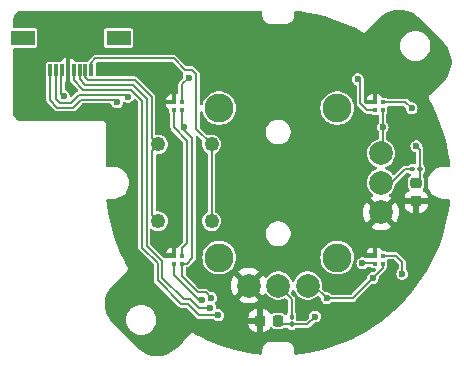
<source format=gbr>
%TF.GenerationSoftware,KiCad,Pcbnew,8.0.2*%
%TF.CreationDate,2025-05-18T13:49:05-07:00*%
%TF.ProjectId,PGS_Stick_Board,5047535f-5374-4696-936b-5f426f617264,rev?*%
%TF.SameCoordinates,Original*%
%TF.FileFunction,Copper,L1,Top*%
%TF.FilePolarity,Positive*%
%FSLAX46Y46*%
G04 Gerber Fmt 4.6, Leading zero omitted, Abs format (unit mm)*
G04 Created by KiCad (PCBNEW 8.0.2) date 2025-05-18 13:49:05*
%MOMM*%
%LPD*%
G01*
G04 APERTURE LIST*
G04 Aperture macros list*
%AMRoundRect*
0 Rectangle with rounded corners*
0 $1 Rounding radius*
0 $2 $3 $4 $5 $6 $7 $8 $9 X,Y pos of 4 corners*
0 Add a 4 corners polygon primitive as box body*
4,1,4,$2,$3,$4,$5,$6,$7,$8,$9,$2,$3,0*
0 Add four circle primitives for the rounded corners*
1,1,$1+$1,$2,$3*
1,1,$1+$1,$4,$5*
1,1,$1+$1,$6,$7*
1,1,$1+$1,$8,$9*
0 Add four rect primitives between the rounded corners*
20,1,$1+$1,$2,$3,$4,$5,0*
20,1,$1+$1,$4,$5,$6,$7,0*
20,1,$1+$1,$6,$7,$8,$9,0*
20,1,$1+$1,$8,$9,$2,$3,0*%
G04 Aperture macros list end*
%TA.AperFunction,SMDPad,CuDef*%
%ADD10R,0.370000X0.370000*%
%TD*%
%TA.AperFunction,SMDPad,CuDef*%
%ADD11RoundRect,0.100000X-0.130000X-0.100000X0.130000X-0.100000X0.130000X0.100000X-0.130000X0.100000X0*%
%TD*%
%TA.AperFunction,SMDPad,CuDef*%
%ADD12RoundRect,0.225000X-0.225000X-0.250000X0.225000X-0.250000X0.225000X0.250000X-0.225000X0.250000X0*%
%TD*%
%TA.AperFunction,SMDPad,CuDef*%
%ADD13R,0.300000X1.000000*%
%TD*%
%TA.AperFunction,SMDPad,CuDef*%
%ADD14R,2.000000X1.300000*%
%TD*%
%TA.AperFunction,SMDPad,CuDef*%
%ADD15RoundRect,0.225000X0.250000X-0.225000X0.250000X0.225000X-0.250000X0.225000X-0.250000X-0.225000X0*%
%TD*%
%TA.AperFunction,SMDPad,CuDef*%
%ADD16RoundRect,0.100000X-0.100000X0.130000X-0.100000X-0.130000X0.100000X-0.130000X0.100000X0.130000X0*%
%TD*%
%TA.AperFunction,ComponentPad*%
%ADD17C,2.450000*%
%TD*%
%TA.AperFunction,ComponentPad*%
%ADD18C,1.250000*%
%TD*%
%TA.AperFunction,ComponentPad*%
%ADD19C,2.000000*%
%TD*%
%TA.AperFunction,ViaPad*%
%ADD20C,0.600000*%
%TD*%
%TA.AperFunction,Conductor*%
%ADD21C,0.200000*%
%TD*%
G04 APERTURE END LIST*
D10*
%TO.P,RGB2,1,DIN*%
%TO.N,Net-(RGB1-DOUT)*%
X59390000Y-55290329D03*
%TO.P,RGB2,2,VDD*%
%TO.N,+3V3*%
X60060000Y-55290329D03*
%TO.P,RGB2,3,DOUT*%
%TO.N,Net-(RGB2-DOUT)*%
X60060000Y-54620329D03*
%TO.P,RGB2,4,GND*%
%TO.N,GND*%
X59390000Y-54620329D03*
%TD*%
%TO.P,RGB4,1,DIN*%
%TO.N,Net-(RGB3-DOUT)*%
X42390000Y-42290329D03*
%TO.P,RGB4,2,VDD*%
%TO.N,+3V3*%
X43060000Y-42290329D03*
%TO.P,RGB4,3,DOUT*%
%TO.N,RGB_OUT*%
X43060000Y-41620329D03*
%TO.P,RGB4,4,GND*%
%TO.N,GND*%
X42390000Y-41620329D03*
%TD*%
D11*
%TO.P,R1,1*%
%TO.N,Net-(SW1-Y_OUT)*%
X62580000Y-47300000D03*
%TO.P,R1,2*%
%TO.N,OUT_Y*%
X63220000Y-47300000D03*
%TD*%
D10*
%TO.P,RGB1,1,DIN*%
%TO.N,RGB_IN*%
X59390000Y-42290329D03*
%TO.P,RGB1,2,VDD*%
%TO.N,+3V3*%
X60060000Y-42290329D03*
%TO.P,RGB1,3,DOUT*%
%TO.N,Net-(RGB1-DOUT)*%
X60060000Y-41620329D03*
%TO.P,RGB1,4,GND*%
%TO.N,GND*%
X59390000Y-41620329D03*
%TD*%
D12*
%TO.P,C2,1*%
%TO.N,GND*%
X49650000Y-60130329D03*
%TO.P,C2,2*%
%TO.N,OUT_X*%
X51200000Y-60130329D03*
%TD*%
D13*
%TO.P,J1,1,Pin_1*%
%TO.N,BUTTON_OUT*%
X35400000Y-38900000D03*
%TO.P,J1,2,Pin_2*%
%TO.N,BUTTON_IN*%
X34900000Y-38900000D03*
%TO.P,J1,3,Pin_3*%
%TO.N,OUT_Y*%
X34400000Y-38900000D03*
%TO.P,J1,4,Pin_4*%
%TO.N,OUT_X*%
X33900000Y-38900000D03*
%TO.P,J1,5,Pin_5*%
%TO.N,GND*%
X33400000Y-38900000D03*
%TO.P,J1,6,Pin_6*%
%TO.N,+3V3*%
X32900000Y-38900000D03*
%TO.P,J1,7,Pin_7*%
%TO.N,RGB_IN*%
X32400000Y-38900000D03*
%TO.P,J1,8,Pin_8*%
%TO.N,RGB_OUT*%
X31900000Y-38900000D03*
D14*
%TO.P,J1,MP1*%
%TO.N,N/C*%
X37699999Y-36200000D03*
%TO.P,J1,MP2*%
X29600001Y-36200000D03*
%TD*%
D15*
%TO.P,C1,1*%
%TO.N,GND*%
X62900000Y-50030329D03*
%TO.P,C1,2*%
%TO.N,OUT_Y*%
X62900000Y-48480329D03*
%TD*%
D16*
%TO.P,R2,1*%
%TO.N,Net-(SW1-X_OUT)*%
X52350000Y-59810000D03*
%TO.P,R2,2*%
%TO.N,OUT_X*%
X52350000Y-60450000D03*
%TD*%
D10*
%TO.P,RGB3,1,DIN*%
%TO.N,Net-(RGB2-DOUT)*%
X42390000Y-55290329D03*
%TO.P,RGB3,2,VDD*%
%TO.N,+3V3*%
X43060000Y-55290329D03*
%TO.P,RGB3,3,DOUT*%
%TO.N,Net-(RGB3-DOUT)*%
X43060000Y-54620329D03*
%TO.P,RGB3,4,GND*%
%TO.N,GND*%
X42390000Y-54620329D03*
%TD*%
D17*
%TO.P,SW1,*%
%TO.N,*%
X46225000Y-42130329D03*
X46225000Y-54780329D03*
X56225000Y-42130329D03*
X56225000Y-54780329D03*
D18*
%TO.P,SW1,S1,1*%
%TO.N,BUTTON_OUT*%
X45575000Y-45205329D03*
%TO.P,SW1,S2,2*%
X45575000Y-51705329D03*
%TO.P,SW1,S3,3*%
%TO.N,BUTTON_IN*%
X41075000Y-45205329D03*
%TO.P,SW1,S4,4*%
X41075000Y-51705329D03*
D19*
%TO.P,SW1,X1,GND*%
%TO.N,GND*%
X48725000Y-57155329D03*
%TO.P,SW1,X2,X_OUT*%
%TO.N,Net-(SW1-X_OUT)*%
X51225000Y-57155329D03*
%TO.P,SW1,X3,VCC*%
%TO.N,+3V3*%
X53725000Y-57155329D03*
%TO.P,SW1,Y1,GND*%
%TO.N,GND*%
X59925000Y-50955329D03*
%TO.P,SW1,Y2,Y_OUT*%
%TO.N,Net-(SW1-Y_OUT)*%
X59925000Y-48455329D03*
%TO.P,SW1,Y3,VCC*%
%TO.N,+3V3*%
X59925000Y-45955329D03*
%TD*%
D20*
%TO.N,GND*%
X51530000Y-37810000D03*
X42170000Y-47980000D03*
X51530000Y-40720000D03*
X42050000Y-53050000D03*
X33405833Y-37570000D03*
X44550000Y-52825000D03*
X44700000Y-48010000D03*
X33540000Y-40300000D03*
%TO.N,OUT_Y*%
X45475000Y-59025000D03*
X62925000Y-45350000D03*
%TO.N,OUT_X*%
X46125000Y-59675000D03*
X54350000Y-59775000D03*
%TO.N,RGB_IN*%
X57950000Y-39675000D03*
X38500000Y-41175000D03*
%TO.N,+3V3*%
X33047311Y-41091589D03*
X60060000Y-43750000D03*
X45525000Y-58200000D03*
X43268161Y-43697547D03*
X59225000Y-56525000D03*
X55325000Y-58225000D03*
%TO.N,RGB_OUT*%
X37575000Y-41650000D03*
X43625000Y-39550000D03*
%TO.N,Net-(RGB1-DOUT)*%
X58350000Y-55275000D03*
X62525000Y-42150000D03*
%TO.N,Net-(RGB2-DOUT)*%
X61725000Y-56175000D03*
X44725000Y-58400000D03*
%TD*%
D21*
%TO.N,GND*%
X33405833Y-37570000D02*
X33400000Y-37575833D01*
X42390000Y-53390000D02*
X42050000Y-53050000D01*
X42390000Y-54620329D02*
X42390000Y-53390000D01*
X33400000Y-37575833D02*
X33400000Y-38900000D01*
%TO.N,OUT_Y*%
X41400000Y-56500000D02*
X41400000Y-55109314D01*
X44475000Y-59025000D02*
X43775000Y-58325000D01*
X45475000Y-59025000D02*
X44475000Y-59025000D01*
X41400000Y-55109314D02*
X40075000Y-53784314D01*
X34400000Y-39700000D02*
X34400000Y-38900000D01*
X40075000Y-41325000D02*
X38925000Y-40175000D01*
X40075000Y-53784314D02*
X40075000Y-41325000D01*
X38925000Y-40175000D02*
X34875000Y-40175000D01*
X63220000Y-48160329D02*
X63220000Y-47300000D01*
X63220000Y-45645000D02*
X62925000Y-45350000D01*
X43225000Y-58325000D02*
X41400000Y-56500000D01*
X62900000Y-48480329D02*
X63220000Y-48160329D01*
X43775000Y-58325000D02*
X43225000Y-58325000D01*
X34875000Y-40175000D02*
X34400000Y-39700000D01*
X63220000Y-47300000D02*
X63220000Y-45645000D01*
%TO.N,OUT_X*%
X52350000Y-60450000D02*
X53675000Y-60450000D01*
X43575000Y-58725000D02*
X43000000Y-58725000D01*
X33900000Y-39780000D02*
X33900000Y-38900000D01*
X41000000Y-55275000D02*
X39675000Y-53950000D01*
X53675000Y-60450000D02*
X54350000Y-59775000D01*
X39675000Y-53950000D02*
X39675000Y-41500000D01*
X46125000Y-59675000D02*
X44525000Y-59675000D01*
X43000000Y-58725000D02*
X41000000Y-56725000D01*
X34695000Y-40575000D02*
X33900000Y-39780000D01*
X51519671Y-60450000D02*
X52350000Y-60450000D01*
X38750000Y-40575000D02*
X34695000Y-40575000D01*
X41000000Y-56725000D02*
X41000000Y-55275000D01*
X39675000Y-41500000D02*
X38750000Y-40575000D01*
X51200000Y-60130329D02*
X51519671Y-60450000D01*
X44525000Y-59675000D02*
X43575000Y-58725000D01*
%TO.N,RGB_IN*%
X57950000Y-39675000D02*
X58150000Y-39875000D01*
X58150000Y-39875000D02*
X58150000Y-41710000D01*
X58730329Y-42290329D02*
X59390000Y-42290329D01*
X38500000Y-41175000D02*
X38350000Y-41025000D01*
X38350000Y-41025000D02*
X34325000Y-41025000D01*
X32400000Y-41350000D02*
X32400000Y-38900000D01*
X34325000Y-41025000D02*
X33650000Y-41700000D01*
X32750000Y-41700000D02*
X32400000Y-41350000D01*
X33650000Y-41700000D02*
X32750000Y-41700000D01*
X58150000Y-41710000D02*
X58730329Y-42290329D01*
%TO.N,+3V3*%
X44430000Y-57740000D02*
X43070000Y-56380000D01*
X43479671Y-55290329D02*
X43930000Y-54840000D01*
X60060000Y-43750000D02*
X60060000Y-42290329D01*
X45525000Y-58200000D02*
X45065000Y-57740000D01*
X32853559Y-40897837D02*
X32853559Y-38946441D01*
X45065000Y-57740000D02*
X44430000Y-57740000D01*
X60060000Y-55690000D02*
X59225000Y-56525000D01*
X54255329Y-57155329D02*
X55325000Y-58225000D01*
X59925000Y-45955329D02*
X60060000Y-45820329D01*
X43060000Y-43785000D02*
X43060000Y-42290329D01*
X60060000Y-45820329D02*
X60060000Y-43750000D01*
X43070000Y-56380000D02*
X43070000Y-55300329D01*
X43070000Y-55300329D02*
X43060000Y-55290329D01*
X33047311Y-41091589D02*
X32853559Y-40897837D01*
X55325000Y-58225000D02*
X57525000Y-58225000D01*
X43060000Y-55290329D02*
X43479671Y-55290329D01*
X53725000Y-57155329D02*
X54255329Y-57155329D01*
X32853559Y-38946441D02*
X32900000Y-38900000D01*
X57525000Y-58225000D02*
X59225000Y-56525000D01*
X43930000Y-44655000D02*
X43060000Y-43785000D01*
X60060000Y-55290329D02*
X60060000Y-55690000D01*
X43930000Y-54840000D02*
X43930000Y-44655000D01*
%TO.N,BUTTON_OUT*%
X35750000Y-37925000D02*
X42375000Y-37925000D01*
X44300000Y-39275000D02*
X44300000Y-43930329D01*
X44300000Y-43930329D02*
X45575000Y-45205329D01*
X43925000Y-38900000D02*
X44300000Y-39275000D01*
X43350000Y-38900000D02*
X43925000Y-38900000D01*
X35400000Y-38275000D02*
X35750000Y-37925000D01*
X42375000Y-37925000D02*
X43350000Y-38900000D01*
X45575000Y-45205329D02*
X45575000Y-51705329D01*
X35400000Y-38900000D02*
X35400000Y-38275000D01*
%TO.N,BUTTON_IN*%
X34900000Y-39525000D02*
X34900000Y-38900000D01*
X35125000Y-39750000D02*
X34900000Y-39525000D01*
X41075000Y-45205329D02*
X40560000Y-45720329D01*
X40560000Y-51190329D02*
X41075000Y-51705329D01*
X40560000Y-45720329D02*
X40560000Y-51190329D01*
X39090000Y-39750000D02*
X35125000Y-39750000D01*
X40500000Y-44630329D02*
X40500000Y-41160000D01*
X41075000Y-45205329D02*
X40500000Y-44630329D01*
X40500000Y-41160000D02*
X39090000Y-39750000D01*
%TO.N,RGB_OUT*%
X33825000Y-42100000D02*
X32525000Y-42100000D01*
X37350000Y-41425000D02*
X34500000Y-41425000D01*
X34500000Y-41425000D02*
X33825000Y-42100000D01*
X43625000Y-39550000D02*
X43060000Y-40115000D01*
X43060000Y-40115000D02*
X43060000Y-41620329D01*
X32525000Y-42100000D02*
X31900000Y-41475000D01*
X31900000Y-41475000D02*
X31900000Y-38900000D01*
X37575000Y-41650000D02*
X37350000Y-41425000D01*
%TO.N,Net-(SW1-Y_OUT)*%
X60794671Y-48455329D02*
X59925000Y-48455329D01*
X62580000Y-47300000D02*
X61950000Y-47300000D01*
X61950000Y-47300000D02*
X60794671Y-48455329D01*
%TO.N,Net-(SW1-X_OUT)*%
X52350000Y-59810000D02*
X52350000Y-58280329D01*
X52350000Y-58280329D02*
X51225000Y-57155329D01*
%TO.N,Net-(RGB1-DOUT)*%
X60060000Y-41620329D02*
X61995329Y-41620329D01*
X59374671Y-55275000D02*
X59390000Y-55290329D01*
X61995329Y-41620329D02*
X62525000Y-42150000D01*
X58350000Y-55275000D02*
X59374671Y-55275000D01*
%TO.N,Net-(RGB2-DOUT)*%
X44500000Y-58400000D02*
X42390000Y-56290000D01*
X61250000Y-54700000D02*
X61725000Y-55175000D01*
X44725000Y-58400000D02*
X44500000Y-58400000D01*
X61725000Y-55175000D02*
X61725000Y-56175000D01*
X42390000Y-56290000D02*
X42390000Y-55290329D01*
X61170329Y-54620329D02*
X61250000Y-54700000D01*
X60060000Y-54620329D02*
X61170329Y-54620329D01*
%TO.N,Net-(RGB3-DOUT)*%
X42390000Y-43765000D02*
X42390000Y-42290329D01*
X43060000Y-54620329D02*
X43060000Y-53960000D01*
X43500000Y-53520000D02*
X43500000Y-44875000D01*
X43060000Y-53960000D02*
X43500000Y-53520000D01*
X43500000Y-44875000D02*
X42390000Y-43765000D01*
%TD*%
%TA.AperFunction,Conductor*%
%TO.N,GND*%
G36*
X42266206Y-38245185D02*
G01*
X42286848Y-38261819D01*
X43170733Y-39145704D01*
X43204218Y-39207027D01*
X43199234Y-39276719D01*
X43195846Y-39284897D01*
X43139834Y-39407543D01*
X43119353Y-39550000D01*
X43119353Y-39550001D01*
X43120661Y-39559103D01*
X43110713Y-39628261D01*
X43085603Y-39664424D01*
X42875489Y-39874540D01*
X42819541Y-39930487D01*
X42819535Y-39930495D01*
X42779982Y-39999004D01*
X42779979Y-39999009D01*
X42759500Y-40075439D01*
X42759500Y-40811976D01*
X42739815Y-40879015D01*
X42687011Y-40924770D01*
X42626200Y-40934628D01*
X42626153Y-40935507D01*
X42622828Y-40935329D01*
X42575000Y-40935329D01*
X42575000Y-41681329D01*
X42555315Y-41748368D01*
X42502511Y-41794123D01*
X42451000Y-41805329D01*
X41705000Y-41805329D01*
X41705000Y-41853173D01*
X41711401Y-41912701D01*
X41711403Y-41912708D01*
X41761645Y-42047415D01*
X41761649Y-42047422D01*
X41847809Y-42162516D01*
X41847812Y-42162519D01*
X41954811Y-42242619D01*
X41996682Y-42298552D01*
X42004500Y-42341885D01*
X42004500Y-42495081D01*
X42016131Y-42553558D01*
X42016132Y-42553559D01*
X42067233Y-42630036D01*
X42063903Y-42632260D01*
X42086657Y-42673893D01*
X42089500Y-42700295D01*
X42089500Y-43804562D01*
X42101383Y-43848908D01*
X42109980Y-43880991D01*
X42121525Y-43900987D01*
X42121527Y-43900990D01*
X42149539Y-43949509D01*
X42149541Y-43949512D01*
X43163181Y-44963152D01*
X43196666Y-45024475D01*
X43199500Y-45050833D01*
X43199500Y-53344167D01*
X43179815Y-53411206D01*
X43163181Y-53431848D01*
X42819541Y-53775487D01*
X42819535Y-53775495D01*
X42779982Y-53844004D01*
X42779977Y-53844016D01*
X42779270Y-53846655D01*
X42778066Y-53848629D01*
X42776870Y-53851518D01*
X42776419Y-53851331D01*
X42742903Y-53906314D01*
X42680055Y-53936840D01*
X42646243Y-53937846D01*
X42622830Y-53935329D01*
X42575000Y-53935329D01*
X42575000Y-54681329D01*
X42555315Y-54748368D01*
X42502511Y-54794123D01*
X42451000Y-54805329D01*
X41705000Y-54805329D01*
X41700674Y-54809655D01*
X41639351Y-54843140D01*
X41569659Y-54838156D01*
X41525312Y-54809655D01*
X41103141Y-54387484D01*
X41705000Y-54387484D01*
X41705000Y-54435329D01*
X42205000Y-54435329D01*
X42205000Y-53935329D01*
X42157155Y-53935329D01*
X42097627Y-53941730D01*
X42097620Y-53941732D01*
X41962913Y-53991974D01*
X41962906Y-53991978D01*
X41847812Y-54078138D01*
X41847809Y-54078141D01*
X41761649Y-54193235D01*
X41761645Y-54193242D01*
X41711403Y-54327949D01*
X41711401Y-54327956D01*
X41705000Y-54387484D01*
X41103141Y-54387484D01*
X40411819Y-53696162D01*
X40378334Y-53634839D01*
X40375500Y-53608481D01*
X40375500Y-52460850D01*
X40395185Y-52393811D01*
X40447989Y-52348056D01*
X40517147Y-52338112D01*
X40572383Y-52360531D01*
X40646544Y-52414412D01*
X40659976Y-52424171D01*
X40818495Y-52494749D01*
X40818501Y-52494751D01*
X40988236Y-52530829D01*
X40988237Y-52530829D01*
X41161762Y-52530829D01*
X41161764Y-52530829D01*
X41331499Y-52494751D01*
X41331501Y-52494749D01*
X41331504Y-52494749D01*
X41420042Y-52455329D01*
X41490024Y-52424171D01*
X41630410Y-52322174D01*
X41746522Y-52193218D01*
X41833286Y-52042940D01*
X41886908Y-51877905D01*
X41905047Y-51705329D01*
X41886908Y-51532753D01*
X41833286Y-51367718D01*
X41746522Y-51217440D01*
X41733573Y-51203058D01*
X41630411Y-51088485D01*
X41490023Y-50986486D01*
X41331504Y-50915908D01*
X41331498Y-50915906D01*
X41197841Y-50887497D01*
X41161764Y-50879829D01*
X40988236Y-50879829D01*
X40984500Y-50879829D01*
X40917461Y-50860144D01*
X40871706Y-50807340D01*
X40860500Y-50755829D01*
X40860500Y-46154829D01*
X40880185Y-46087790D01*
X40932989Y-46042035D01*
X40984500Y-46030829D01*
X41161762Y-46030829D01*
X41161764Y-46030829D01*
X41331499Y-45994751D01*
X41331501Y-45994749D01*
X41331504Y-45994749D01*
X41442810Y-45945192D01*
X41490024Y-45924171D01*
X41630410Y-45822174D01*
X41746522Y-45693218D01*
X41833286Y-45542940D01*
X41886908Y-45377905D01*
X41905047Y-45205329D01*
X41886908Y-45032753D01*
X41840541Y-44890047D01*
X41833287Y-44867720D01*
X41822768Y-44849500D01*
X41746522Y-44717440D01*
X41688435Y-44652927D01*
X41630411Y-44588485D01*
X41490023Y-44486486D01*
X41331504Y-44415908D01*
X41331498Y-44415906D01*
X41197841Y-44387497D01*
X41161764Y-44379829D01*
X40988236Y-44379829D01*
X40950279Y-44387897D01*
X40880612Y-44382579D01*
X40824879Y-44340441D01*
X40800775Y-44274861D01*
X40800500Y-44266606D01*
X40800500Y-41387484D01*
X41705000Y-41387484D01*
X41705000Y-41435329D01*
X42205000Y-41435329D01*
X42205000Y-40935329D01*
X42157155Y-40935329D01*
X42097627Y-40941730D01*
X42097620Y-40941732D01*
X41962913Y-40991974D01*
X41962906Y-40991978D01*
X41847812Y-41078138D01*
X41847809Y-41078141D01*
X41761649Y-41193235D01*
X41761645Y-41193242D01*
X41711403Y-41327949D01*
X41711401Y-41327956D01*
X41705000Y-41387484D01*
X40800500Y-41387484D01*
X40800500Y-41120439D01*
X40800500Y-41120438D01*
X40780021Y-41044011D01*
X40749978Y-40991974D01*
X40740464Y-40975495D01*
X40740458Y-40975487D01*
X39274513Y-39509542D01*
X39274511Y-39509540D01*
X39257951Y-39499979D01*
X39205991Y-39469980D01*
X39205990Y-39469979D01*
X39180513Y-39463152D01*
X39129562Y-39449500D01*
X39129560Y-39449500D01*
X35874500Y-39449500D01*
X35807461Y-39429815D01*
X35761706Y-39377011D01*
X35750500Y-39325500D01*
X35750500Y-38400833D01*
X35770185Y-38333794D01*
X35786820Y-38313151D01*
X35838154Y-38261818D01*
X35899477Y-38228334D01*
X35925834Y-38225500D01*
X42199167Y-38225500D01*
X42266206Y-38245185D01*
G37*
%TD.AperFunction*%
%TA.AperFunction,Conductor*%
G36*
X61619405Y-33786219D02*
G01*
X61879593Y-33817199D01*
X61894266Y-33819851D01*
X62148845Y-33881889D01*
X62163108Y-33886290D01*
X62322871Y-33946344D01*
X62408379Y-33978486D01*
X62422017Y-33984574D01*
X62654411Y-34105582D01*
X62667220Y-34113266D01*
X62883383Y-34261342D01*
X62895173Y-34270508D01*
X63093957Y-34445247D01*
X63099771Y-34450699D01*
X65197147Y-36548076D01*
X65222698Y-36573627D01*
X65227833Y-36579082D01*
X65404509Y-36778512D01*
X65413743Y-36790298D01*
X65562963Y-37006482D01*
X65570709Y-37019295D01*
X65587086Y-37050499D01*
X65692785Y-37251891D01*
X65698930Y-37265546D01*
X65792077Y-37511154D01*
X65796532Y-37525450D01*
X65859396Y-37780500D01*
X65862095Y-37795227D01*
X65893761Y-38055995D01*
X65894665Y-38070943D01*
X65894666Y-38333623D01*
X65893762Y-38348568D01*
X65862102Y-38609335D01*
X65859403Y-38624063D01*
X65796545Y-38879107D01*
X65792091Y-38893404D01*
X65698945Y-39139019D01*
X65692800Y-39152673D01*
X65570730Y-39385269D01*
X65562984Y-39398083D01*
X65413765Y-39614274D01*
X65404530Y-39626061D01*
X65228146Y-39825165D01*
X65223010Y-39830621D01*
X64037262Y-41016369D01*
X64022648Y-41027452D01*
X64014472Y-41034458D01*
X64008442Y-41042132D01*
X64001815Y-41050568D01*
X63991998Y-41061634D01*
X63977522Y-41076109D01*
X63971543Y-41085059D01*
X63970058Y-41087597D01*
X63965194Y-41097183D01*
X63959668Y-41116902D01*
X63954833Y-41130885D01*
X63946997Y-41149804D01*
X63944897Y-41160359D01*
X63944500Y-41163252D01*
X63943673Y-41173990D01*
X63946114Y-41194318D01*
X63946998Y-41209101D01*
X63946998Y-41229565D01*
X63949100Y-41240136D01*
X63949836Y-41242946D01*
X63953180Y-41253180D01*
X63953181Y-41253183D01*
X63953182Y-41253184D01*
X63963219Y-41271036D01*
X63969687Y-41284344D01*
X63977522Y-41303260D01*
X63984307Y-41313414D01*
X63983740Y-41313792D01*
X63993336Y-41326769D01*
X64302394Y-41908924D01*
X64305072Y-41914277D01*
X64603101Y-42547708D01*
X64605518Y-42553185D01*
X64872648Y-43200311D01*
X64874798Y-43205898D01*
X65110366Y-43865108D01*
X65112244Y-43870792D01*
X65315732Y-44540636D01*
X65317333Y-44546404D01*
X65488252Y-45225275D01*
X65489573Y-45231114D01*
X65627528Y-45917440D01*
X65628566Y-45923336D01*
X65733239Y-46615530D01*
X65733991Y-46621469D01*
X65769413Y-46968228D01*
X65756643Y-47036921D01*
X65708762Y-47087805D01*
X65646055Y-47104829D01*
X65247197Y-47104829D01*
X65246841Y-47104828D01*
X65116970Y-47104454D01*
X65116968Y-47104454D01*
X64895905Y-47140708D01*
X64895903Y-47140708D01*
X64683821Y-47212891D01*
X64683818Y-47212893D01*
X64486533Y-47319025D01*
X64486531Y-47319026D01*
X64309427Y-47456210D01*
X64309420Y-47456216D01*
X64157340Y-47620701D01*
X64157338Y-47620703D01*
X64034427Y-47808005D01*
X63944056Y-48012994D01*
X63888688Y-48230078D01*
X63869843Y-48453294D01*
X63869843Y-48453299D01*
X63869843Y-48453302D01*
X63870009Y-48455336D01*
X63888031Y-48676585D01*
X63888033Y-48676592D01*
X63942756Y-48893823D01*
X63942757Y-48893827D01*
X64032524Y-49099083D01*
X64032525Y-49099085D01*
X64154882Y-49286746D01*
X64306478Y-49451679D01*
X64306484Y-49451685D01*
X64483184Y-49589391D01*
X64680151Y-49696103D01*
X64680152Y-49696103D01*
X64680159Y-49696107D01*
X64892024Y-49768914D01*
X65112989Y-49805821D01*
X65172515Y-49805825D01*
X65172552Y-49805829D01*
X65185120Y-49805829D01*
X65225002Y-49805829D01*
X65264884Y-49805829D01*
X65645646Y-49805829D01*
X65712685Y-49825514D01*
X65758440Y-49878318D01*
X65768990Y-49942570D01*
X65729797Y-50321997D01*
X65728995Y-50328213D01*
X65616944Y-51052546D01*
X65615830Y-51058714D01*
X65467312Y-51776495D01*
X65465887Y-51782599D01*
X65281295Y-52491933D01*
X65279564Y-52497957D01*
X65059355Y-53197082D01*
X65057321Y-53203011D01*
X64802076Y-53890087D01*
X64799746Y-53895905D01*
X64510099Y-54569227D01*
X64507477Y-54574921D01*
X64184177Y-55232743D01*
X64181271Y-55238296D01*
X63825149Y-55878929D01*
X63821966Y-55884329D01*
X63433928Y-56506146D01*
X63430477Y-56511378D01*
X63011498Y-57112814D01*
X63007786Y-57117865D01*
X62558966Y-57697343D01*
X62555004Y-57702200D01*
X62077458Y-58258276D01*
X62073255Y-58262926D01*
X61568241Y-58794138D01*
X61563809Y-58798570D01*
X61032596Y-59303584D01*
X61027946Y-59307787D01*
X60471870Y-59785334D01*
X60467013Y-59789296D01*
X59887536Y-60238116D01*
X59882485Y-60241828D01*
X59281049Y-60660806D01*
X59275817Y-60664257D01*
X58654000Y-61052295D01*
X58648600Y-61055478D01*
X58007966Y-61411600D01*
X58002413Y-61414506D01*
X57344592Y-61737807D01*
X57338898Y-61740429D01*
X56665576Y-62030075D01*
X56659758Y-62032405D01*
X55972680Y-62287651D01*
X55966751Y-62289685D01*
X55267627Y-62509894D01*
X55261603Y-62511625D01*
X54552270Y-62696217D01*
X54546166Y-62697642D01*
X53828385Y-62846159D01*
X53822217Y-62847273D01*
X53097884Y-62959325D01*
X53091667Y-62960127D01*
X52712240Y-62999319D01*
X52643533Y-62986626D01*
X52592595Y-62938803D01*
X52575500Y-62875975D01*
X52575500Y-62686621D01*
X52576075Y-62680383D01*
X52575978Y-62672608D01*
X52575979Y-62672607D01*
X52575956Y-62670806D01*
X52576834Y-62658869D01*
X52576617Y-62653023D01*
X52577199Y-62641095D01*
X52576836Y-62635230D01*
X52577123Y-62623322D01*
X52576766Y-62619209D01*
X52576768Y-62619205D01*
X52576614Y-62617438D01*
X52576608Y-62605475D01*
X52576265Y-62602401D01*
X52575500Y-62588644D01*
X52575500Y-62584084D01*
X52574762Y-62574128D01*
X52574748Y-62572984D01*
X52574545Y-62571729D01*
X52573030Y-62556443D01*
X52572985Y-62555225D01*
X52572763Y-62554041D01*
X52570871Y-62538783D01*
X52570799Y-62537615D01*
X52570550Y-62536446D01*
X52568282Y-62521232D01*
X52568178Y-62520026D01*
X52567886Y-62518804D01*
X52565250Y-62503691D01*
X52565115Y-62502484D01*
X52564805Y-62501313D01*
X52561792Y-62486243D01*
X52561629Y-62485051D01*
X52561288Y-62483880D01*
X52557910Y-62468918D01*
X52557716Y-62467718D01*
X52557341Y-62466541D01*
X52553596Y-62451668D01*
X52553376Y-62450491D01*
X52552972Y-62449323D01*
X52548879Y-62434603D01*
X52548613Y-62433355D01*
X52548170Y-62432168D01*
X52543717Y-62417563D01*
X52543411Y-62416284D01*
X52542967Y-62415179D01*
X52538126Y-62400600D01*
X52537803Y-62399380D01*
X52537319Y-62398258D01*
X52532110Y-62383779D01*
X52531768Y-62382606D01*
X52531267Y-62381519D01*
X52525696Y-62367158D01*
X52525321Y-62365979D01*
X52524819Y-62364959D01*
X52518862Y-62350659D01*
X52518484Y-62349563D01*
X52517898Y-62348442D01*
X52511645Y-62334421D01*
X52511205Y-62333243D01*
X52510632Y-62332211D01*
X52503989Y-62318253D01*
X52503539Y-62317134D01*
X52502891Y-62316030D01*
X52495938Y-62302311D01*
X52495461Y-62301205D01*
X52494798Y-62300137D01*
X52487518Y-62286611D01*
X52486998Y-62285482D01*
X52486316Y-62284443D01*
X52478688Y-62271074D01*
X52478170Y-62270019D01*
X52477426Y-62268943D01*
X52469516Y-62255841D01*
X52468925Y-62254710D01*
X52468215Y-62253736D01*
X52459945Y-62240774D01*
X52459346Y-62239693D01*
X52458580Y-62238695D01*
X52449985Y-62225930D01*
X52449377Y-62224894D01*
X52448625Y-62223963D01*
X52439699Y-62211390D01*
X52439060Y-62210359D01*
X52438213Y-62209362D01*
X52429051Y-62197112D01*
X52428362Y-62196062D01*
X52427567Y-62195171D01*
X52418066Y-62183101D01*
X52417335Y-62182044D01*
X52416501Y-62181155D01*
X52406688Y-62169303D01*
X52405956Y-62168298D01*
X52405095Y-62167425D01*
X52394987Y-62155815D01*
X52394291Y-62154908D01*
X52393378Y-62154026D01*
X52383034Y-62142719D01*
X52382391Y-62141923D01*
X52381422Y-62141031D01*
X52370856Y-62130034D01*
X52370149Y-62129202D01*
X52369172Y-62128345D01*
X52358390Y-62117657D01*
X52357657Y-62116836D01*
X52356578Y-62115935D01*
X52345596Y-62105569D01*
X52344847Y-62104770D01*
X52343688Y-62103849D01*
X52332549Y-62093837D01*
X52331706Y-62092982D01*
X52330626Y-62092165D01*
X52319289Y-62082462D01*
X52318440Y-62081642D01*
X52317409Y-62080900D01*
X52305879Y-62071503D01*
X52304948Y-62070647D01*
X52303942Y-62069959D01*
X52292152Y-62060814D01*
X52291256Y-62060028D01*
X52290186Y-62059334D01*
X52278202Y-62050492D01*
X52277262Y-62049707D01*
X52276215Y-62049063D01*
X52264035Y-62040520D01*
X52263068Y-62039752D01*
X52261984Y-62039120D01*
X52249594Y-62030868D01*
X52248620Y-62030131D01*
X52247570Y-62029553D01*
X52234974Y-62021594D01*
X52233972Y-62020873D01*
X52232875Y-62020303D01*
X52220091Y-62012650D01*
X52219066Y-62011949D01*
X52217974Y-62011415D01*
X52205012Y-62004074D01*
X52203962Y-62003392D01*
X52202860Y-62002886D01*
X52189706Y-61995847D01*
X52188646Y-61995195D01*
X52187530Y-61994714D01*
X52174188Y-61987983D01*
X52173550Y-61987611D01*
X52172304Y-61987107D01*
X52159036Y-61980798D01*
X52158732Y-61980631D01*
X52157322Y-61980095D01*
X52144195Y-61974214D01*
X52143779Y-61973997D01*
X52142199Y-61973436D01*
X52129233Y-61967978D01*
X52128653Y-61967694D01*
X52126922Y-61967120D01*
X52114120Y-61962069D01*
X52113446Y-61961759D01*
X52111572Y-61961181D01*
X52096613Y-61955088D01*
X52091166Y-61953147D01*
X52090778Y-61953045D01*
X52076226Y-61948216D01*
X52061177Y-61943574D01*
X52046788Y-61939471D01*
X52046746Y-61939463D01*
X52033728Y-61936046D01*
X52032745Y-61935873D01*
X52020817Y-61932992D01*
X52019167Y-61932729D01*
X52005024Y-61929596D01*
X52004538Y-61929529D01*
X51990482Y-61926719D01*
X51989940Y-61926655D01*
X51975764Y-61924123D01*
X51975161Y-61924064D01*
X51961017Y-61921839D01*
X51961005Y-61921836D01*
X51960476Y-61921795D01*
X51946426Y-61919880D01*
X51945748Y-61919747D01*
X51932975Y-61918253D01*
X51931963Y-61918074D01*
X51919843Y-61916880D01*
X51919774Y-61916879D01*
X51905176Y-61915733D01*
X51891062Y-61914908D01*
X51878686Y-61914432D01*
X51877662Y-61914471D01*
X51863369Y-61914182D01*
X51861974Y-61914073D01*
X51852244Y-61914363D01*
X51847697Y-61914097D01*
X51837889Y-61914585D01*
X51833295Y-61914408D01*
X51823549Y-61915088D01*
X51818983Y-61915003D01*
X51809216Y-61915880D01*
X51804658Y-61915886D01*
X51794904Y-61916958D01*
X51787022Y-61917126D01*
X51781983Y-61917751D01*
X51426610Y-61928292D01*
X51422934Y-61928347D01*
X51027065Y-61928347D01*
X51023389Y-61928292D01*
X51013679Y-61928004D01*
X50661368Y-61917553D01*
X50650016Y-61916224D01*
X50645512Y-61916191D01*
X50643722Y-61916177D01*
X50631873Y-61915069D01*
X50625961Y-61915171D01*
X50614005Y-61914350D01*
X50608175Y-61914595D01*
X50596282Y-61914073D01*
X50592931Y-61914297D01*
X50579613Y-61914467D01*
X50574404Y-61914253D01*
X50565019Y-61914531D01*
X50563740Y-61914490D01*
X50562356Y-61914651D01*
X50547244Y-61915472D01*
X50545875Y-61915462D01*
X50544634Y-61915638D01*
X50529475Y-61916837D01*
X50528194Y-61916859D01*
X50526876Y-61917079D01*
X50511753Y-61918651D01*
X50510490Y-61918704D01*
X50509215Y-61918949D01*
X50494147Y-61920891D01*
X50492862Y-61920977D01*
X50491556Y-61921261D01*
X50476570Y-61923570D01*
X50475298Y-61923686D01*
X50474057Y-61923989D01*
X50459126Y-61926667D01*
X50457783Y-61926823D01*
X50456511Y-61927167D01*
X50441632Y-61930216D01*
X50440354Y-61930397D01*
X50439134Y-61930759D01*
X50424309Y-61934180D01*
X50423023Y-61934394D01*
X50421807Y-61934788D01*
X50407077Y-61938572D01*
X50405794Y-61938818D01*
X50404546Y-61939257D01*
X50389923Y-61943401D01*
X50388657Y-61943677D01*
X50387470Y-61944127D01*
X50372974Y-61948624D01*
X50371645Y-61948948D01*
X50370352Y-61949475D01*
X50356040Y-61954307D01*
X50354678Y-61954675D01*
X50353548Y-61955170D01*
X50339210Y-61960409D01*
X50337986Y-61960772D01*
X50336741Y-61961353D01*
X50322654Y-61966899D01*
X50321339Y-61967325D01*
X50320164Y-61967910D01*
X50306164Y-61973828D01*
X50304939Y-61974259D01*
X50303802Y-61974860D01*
X50289921Y-61981134D01*
X50288712Y-61981592D01*
X50287531Y-61982255D01*
X50273840Y-61988856D01*
X50272586Y-61989368D01*
X50271470Y-61990031D01*
X50257885Y-61997001D01*
X50256748Y-61997498D01*
X50255594Y-61998222D01*
X50242271Y-62005479D01*
X50241040Y-62006054D01*
X50239921Y-62006796D01*
X50226758Y-62014394D01*
X50225623Y-62014959D01*
X50224513Y-62015734D01*
X50211607Y-62023615D01*
X50210380Y-62024264D01*
X50209303Y-62025057D01*
X50196581Y-62033264D01*
X50195409Y-62033921D01*
X50194327Y-62034760D01*
X50181829Y-62043268D01*
X50180637Y-62043976D01*
X50179653Y-62044779D01*
X50167287Y-62053651D01*
X50166186Y-62054342D01*
X50165122Y-62055254D01*
X50153055Y-62064374D01*
X50151857Y-62065168D01*
X50150922Y-62066012D01*
X50139006Y-62075490D01*
X50138042Y-62076163D01*
X50137067Y-62077087D01*
X50125422Y-62086824D01*
X50124492Y-62087508D01*
X50123526Y-62088469D01*
X50112163Y-62098453D01*
X50111294Y-62099127D01*
X50110330Y-62100132D01*
X50099263Y-62110346D01*
X50098357Y-62111084D01*
X50097374Y-62112161D01*
X50086620Y-62122583D01*
X50085710Y-62123364D01*
X50084684Y-62124542D01*
X50074274Y-62135138D01*
X50073363Y-62135959D01*
X50072505Y-62136995D01*
X50062352Y-62147841D01*
X50061454Y-62148691D01*
X50060648Y-62149713D01*
X50050771Y-62160789D01*
X50049874Y-62161680D01*
X50049113Y-62162694D01*
X50039522Y-62173984D01*
X50038642Y-62174902D01*
X50037883Y-62175965D01*
X50028574Y-62187474D01*
X50027729Y-62188398D01*
X50026998Y-62189477D01*
X50017979Y-62201194D01*
X50017117Y-62202184D01*
X50016440Y-62203237D01*
X50007689Y-62215191D01*
X50006900Y-62216143D01*
X50006234Y-62217234D01*
X49997792Y-62229363D01*
X49996982Y-62230389D01*
X49996350Y-62231484D01*
X49988179Y-62243850D01*
X49987414Y-62244868D01*
X49986812Y-62245972D01*
X49978937Y-62258538D01*
X49978209Y-62259558D01*
X49977614Y-62260712D01*
X49970072Y-62273413D01*
X49969310Y-62274537D01*
X49968760Y-62275672D01*
X49961477Y-62288642D01*
X49961056Y-62289296D01*
X49960517Y-62290475D01*
X49953618Y-62303463D01*
X49953447Y-62303742D01*
X49952842Y-62305145D01*
X49946390Y-62317986D01*
X49946151Y-62318399D01*
X49945512Y-62319971D01*
X49939501Y-62332641D01*
X49939189Y-62333212D01*
X49938540Y-62334912D01*
X49932939Y-62347446D01*
X49932585Y-62348132D01*
X49931919Y-62349996D01*
X49925116Y-62364791D01*
X49922994Y-62370001D01*
X49922864Y-62370422D01*
X49917306Y-62384969D01*
X49912120Y-62399468D01*
X49907329Y-62413813D01*
X49907327Y-62413825D01*
X49903361Y-62426599D01*
X49903136Y-62427608D01*
X49899700Y-62439485D01*
X49899379Y-62441050D01*
X49895635Y-62454989D01*
X49895540Y-62455507D01*
X49892087Y-62469506D01*
X49891999Y-62470047D01*
X49888860Y-62484003D01*
X49888772Y-62484621D01*
X49885927Y-62498615D01*
X49885917Y-62498652D01*
X49885846Y-62499229D01*
X49883310Y-62513167D01*
X49883134Y-62513893D01*
X49881084Y-62526521D01*
X49880882Y-62527428D01*
X49879093Y-62539880D01*
X49877371Y-62553841D01*
X49877371Y-62553848D01*
X49875860Y-62568489D01*
X49874852Y-62580604D01*
X49874846Y-62581590D01*
X49873919Y-62595930D01*
X49873754Y-62597264D01*
X49873612Y-62607023D01*
X49873145Y-62611548D01*
X49873197Y-62621358D01*
X49872816Y-62625936D01*
X49873061Y-62635682D01*
X49872772Y-62640267D01*
X49873213Y-62650038D01*
X49873016Y-62654599D01*
X49873653Y-62664390D01*
X49873524Y-62669932D01*
X49874214Y-62678201D01*
X49874179Y-62683571D01*
X49874500Y-62686933D01*
X49874500Y-62876380D01*
X49854815Y-62943419D01*
X49802011Y-62989174D01*
X49737900Y-62999738D01*
X49391135Y-62964319D01*
X49385202Y-62963567D01*
X49140875Y-62926623D01*
X48693020Y-62858902D01*
X48687125Y-62857865D01*
X48000778Y-62719911D01*
X47994939Y-62718590D01*
X47601337Y-62619495D01*
X47316041Y-62547667D01*
X47310286Y-62546069D01*
X47010464Y-62454989D01*
X46640460Y-62342589D01*
X46634775Y-62340711D01*
X45975558Y-62105142D01*
X45969971Y-62102992D01*
X45322845Y-61835862D01*
X45317368Y-61833445D01*
X44683937Y-61535416D01*
X44678584Y-61532738D01*
X44096438Y-61223683D01*
X44083452Y-61214080D01*
X44083075Y-61214646D01*
X44072921Y-61207861D01*
X44054889Y-61200392D01*
X44054001Y-61200024D01*
X44040697Y-61193558D01*
X44022845Y-61183521D01*
X44022844Y-61183520D01*
X44022841Y-61183519D01*
X44012607Y-61180175D01*
X44009797Y-61179439D01*
X43999228Y-61177337D01*
X43999227Y-61177337D01*
X43978763Y-61177337D01*
X43963980Y-61176453D01*
X43943651Y-61174012D01*
X43943650Y-61174012D01*
X43943649Y-61174012D01*
X43932912Y-61174839D01*
X43930027Y-61175235D01*
X43919462Y-61177337D01*
X43900547Y-61185171D01*
X43886566Y-61190006D01*
X43866846Y-61195532D01*
X43857270Y-61200392D01*
X43854694Y-61201899D01*
X43845769Y-61207862D01*
X43831289Y-61222342D01*
X43820219Y-61232163D01*
X43804120Y-61244810D01*
X43797114Y-61252986D01*
X43786031Y-61267600D01*
X43139559Y-61914073D01*
X42626144Y-62427488D01*
X42626143Y-62427489D01*
X42612737Y-62440894D01*
X42600594Y-62453038D01*
X42595143Y-62458169D01*
X42395712Y-62634856D01*
X42383924Y-62644091D01*
X42167742Y-62793315D01*
X42154928Y-62801062D01*
X41922340Y-62923136D01*
X41908684Y-62929282D01*
X41663073Y-63022431D01*
X41648778Y-63026886D01*
X41393727Y-63089752D01*
X41378997Y-63092451D01*
X41118234Y-63124112D01*
X41103288Y-63125016D01*
X40840610Y-63125016D01*
X40825662Y-63124112D01*
X40564891Y-63092446D01*
X40550162Y-63089746D01*
X40295121Y-63026880D01*
X40280825Y-63022425D01*
X40035214Y-62929273D01*
X40021560Y-62923128D01*
X39932493Y-62876380D01*
X39788962Y-62801045D01*
X39776158Y-62793304D01*
X39559978Y-62644078D01*
X39548197Y-62634848D01*
X39348802Y-62458190D01*
X39343351Y-62453058D01*
X39332213Y-62441920D01*
X39310706Y-62420411D01*
X39310691Y-62420398D01*
X39309193Y-62418900D01*
X39309058Y-62418789D01*
X37227287Y-60337017D01*
X37222170Y-60331582D01*
X37045475Y-60132134D01*
X37036244Y-60120351D01*
X36995082Y-60060718D01*
X38339237Y-60060718D01*
X38339237Y-60060719D01*
X38358688Y-60283048D01*
X38358690Y-60283058D01*
X38416450Y-60498624D01*
X38416452Y-60498628D01*
X38416453Y-60498632D01*
X38510774Y-60700905D01*
X38638787Y-60883726D01*
X38796602Y-61041541D01*
X38979423Y-61169554D01*
X39181696Y-61263875D01*
X39397275Y-61321639D01*
X39575142Y-61337200D01*
X39619608Y-61341091D01*
X39619609Y-61341091D01*
X39619610Y-61341091D01*
X39656664Y-61337849D01*
X39841943Y-61321639D01*
X40057522Y-61263875D01*
X40259795Y-61169554D01*
X40442616Y-61041541D01*
X40600431Y-60883726D01*
X40728444Y-60700905D01*
X40822765Y-60498632D01*
X40841516Y-60428651D01*
X48700001Y-60428651D01*
X48710144Y-60527936D01*
X48763452Y-60688810D01*
X48763457Y-60688821D01*
X48852424Y-60833057D01*
X48852427Y-60833061D01*
X48972267Y-60952901D01*
X48972271Y-60952904D01*
X49116507Y-61041871D01*
X49116518Y-61041876D01*
X49277393Y-61095184D01*
X49376683Y-61105328D01*
X49400000Y-61105327D01*
X49400000Y-60380329D01*
X48700001Y-60380329D01*
X48700001Y-60428651D01*
X40841516Y-60428651D01*
X40880529Y-60283053D01*
X40899981Y-60060719D01*
X40896269Y-60018297D01*
X40893345Y-59984873D01*
X40880529Y-59838385D01*
X40822765Y-59622806D01*
X40728444Y-59420533D01*
X40600431Y-59237712D01*
X40442616Y-59079897D01*
X40259795Y-58951884D01*
X40057522Y-58857563D01*
X40057518Y-58857562D01*
X40057514Y-58857560D01*
X39841948Y-58799800D01*
X39841938Y-58799798D01*
X39619610Y-58780347D01*
X39619608Y-58780347D01*
X39397279Y-58799798D01*
X39397269Y-58799800D01*
X39181703Y-58857560D01*
X39181696Y-58857562D01*
X39181696Y-58857563D01*
X38979423Y-58951884D01*
X38796602Y-59079897D01*
X38796600Y-59079898D01*
X38796597Y-59079901D01*
X38638791Y-59237707D01*
X38638788Y-59237710D01*
X38638787Y-59237712D01*
X38510774Y-59420533D01*
X38440216Y-59571847D01*
X38416454Y-59622804D01*
X38416450Y-59622813D01*
X38358690Y-59838379D01*
X38358688Y-59838389D01*
X38339237Y-60060718D01*
X36995082Y-60060718D01*
X36887022Y-59904165D01*
X36879276Y-59891351D01*
X36757205Y-59658765D01*
X36751059Y-59645110D01*
X36747276Y-59635136D01*
X36657911Y-59399498D01*
X36653457Y-59385203D01*
X36644433Y-59348590D01*
X36590590Y-59130142D01*
X36587896Y-59115439D01*
X36556232Y-58854662D01*
X36555328Y-58839716D01*
X36555328Y-58577038D01*
X36556232Y-58562092D01*
X36563969Y-58498371D01*
X36587895Y-58301318D01*
X36590591Y-58286609D01*
X36653462Y-58031535D01*
X36657907Y-58017270D01*
X36751063Y-57771637D01*
X36757203Y-57757996D01*
X36879281Y-57525397D01*
X36887020Y-57512595D01*
X37036255Y-57296391D01*
X37045464Y-57284636D01*
X37222232Y-57085108D01*
X37227324Y-57079699D01*
X38412727Y-55894295D01*
X38427335Y-55883220D01*
X38435520Y-55876206D01*
X38436857Y-55874504D01*
X38448171Y-55860102D01*
X38458001Y-55849022D01*
X38472471Y-55834553D01*
X38472472Y-55834550D01*
X38478482Y-55825557D01*
X38479903Y-55823126D01*
X38484797Y-55813483D01*
X38490322Y-55793765D01*
X38495164Y-55779765D01*
X38502995Y-55760861D01*
X38502995Y-55760855D01*
X38505098Y-55750283D01*
X38505491Y-55747426D01*
X38506318Y-55736680D01*
X38506320Y-55736675D01*
X38503879Y-55716344D01*
X38502995Y-55701562D01*
X38502995Y-55681095D01*
X38500889Y-55670509D01*
X38500169Y-55667761D01*
X38496811Y-55657484D01*
X38496811Y-55657480D01*
X38486779Y-55639638D01*
X38480307Y-55626322D01*
X38472471Y-55607406D01*
X38472471Y-55607405D01*
X38472468Y-55607402D01*
X38465686Y-55597251D01*
X38466252Y-55596872D01*
X38456656Y-55583895D01*
X38452199Y-55575500D01*
X38147596Y-55001738D01*
X38144919Y-54996386D01*
X38142144Y-54990489D01*
X38064318Y-54825077D01*
X37846890Y-54362954D01*
X37844473Y-54357477D01*
X37577343Y-53710351D01*
X37575193Y-53704764D01*
X37569738Y-53689500D01*
X37339623Y-53045547D01*
X37337747Y-53039869D01*
X37134260Y-52370025D01*
X37132659Y-52364257D01*
X37025681Y-51939353D01*
X36961733Y-51685359D01*
X36960431Y-51679611D01*
X36822455Y-50993175D01*
X36821427Y-50987325D01*
X36818543Y-50968250D01*
X36716751Y-50295098D01*
X36716006Y-50289217D01*
X36680583Y-49942429D01*
X36693353Y-49873737D01*
X36741234Y-49822853D01*
X36803941Y-49805829D01*
X37173636Y-49805829D01*
X37173643Y-49805831D01*
X37225000Y-49805831D01*
X37336905Y-49805831D01*
X37336906Y-49805831D01*
X37557664Y-49768992D01*
X37769349Y-49696321D01*
X37966185Y-49589799D01*
X38142803Y-49452331D01*
X38294387Y-49287668D01*
X38416800Y-49100301D01*
X38506704Y-48895341D01*
X38561647Y-48678378D01*
X38561648Y-48678370D01*
X38580129Y-48455336D01*
X38580129Y-48455325D01*
X38561647Y-48232287D01*
X38561647Y-48232284D01*
X38506705Y-48015322D01*
X38416801Y-47810361D01*
X38294388Y-47622994D01*
X38142805Y-47458330D01*
X38142800Y-47458326D01*
X38142798Y-47458324D01*
X37966190Y-47320864D01*
X37966181Y-47320858D01*
X37769357Y-47214343D01*
X37769354Y-47214342D01*
X37769351Y-47214340D01*
X37769345Y-47214338D01*
X37769343Y-47214337D01*
X37557670Y-47141668D01*
X37336906Y-47104829D01*
X37264884Y-47104829D01*
X36724500Y-47104829D01*
X36657461Y-47085144D01*
X36611706Y-47032340D01*
X36600500Y-46980829D01*
X36600500Y-43421119D01*
X36600499Y-43421116D01*
X36590778Y-43397647D01*
X36569976Y-43347426D01*
X36513574Y-43291024D01*
X36502073Y-43286260D01*
X36439883Y-43260500D01*
X36439882Y-43260500D01*
X29565520Y-43260500D01*
X29553455Y-43259912D01*
X29416728Y-43246545D01*
X29393064Y-43241874D01*
X29267333Y-43204042D01*
X29245022Y-43194879D01*
X29128992Y-43133421D01*
X29108875Y-43120111D01*
X29006939Y-43037353D01*
X28989781Y-43020401D01*
X28905791Y-42919470D01*
X28892239Y-42899517D01*
X28829382Y-42784242D01*
X28819949Y-42762043D01*
X28800551Y-42700295D01*
X28780593Y-42636764D01*
X28775642Y-42613185D01*
X28760644Y-42476848D01*
X28759902Y-42463293D01*
X28759902Y-38380247D01*
X31549500Y-38380247D01*
X31549500Y-39419752D01*
X31561131Y-39478228D01*
X31578602Y-39504374D01*
X31599480Y-39571052D01*
X31599500Y-39573266D01*
X31599500Y-41514562D01*
X31610910Y-41557143D01*
X31619979Y-41590990D01*
X31626368Y-41602055D01*
X31628081Y-41605022D01*
X31659540Y-41659511D01*
X32284540Y-42284511D01*
X32340489Y-42340460D01*
X32340491Y-42340461D01*
X32340495Y-42340464D01*
X32384308Y-42365759D01*
X32409011Y-42380021D01*
X32485438Y-42400500D01*
X32485440Y-42400500D01*
X33864560Y-42400500D01*
X33864562Y-42400500D01*
X33940989Y-42380021D01*
X34009511Y-42340460D01*
X34065460Y-42284511D01*
X34588152Y-41761819D01*
X34649475Y-41728334D01*
X34675833Y-41725500D01*
X36979567Y-41725500D01*
X37046606Y-41745185D01*
X37092360Y-41797987D01*
X37149623Y-41923373D01*
X37243872Y-42032143D01*
X37364947Y-42109953D01*
X37364950Y-42109954D01*
X37364949Y-42109954D01*
X37434342Y-42130329D01*
X37501336Y-42150000D01*
X37503036Y-42150499D01*
X37503038Y-42150500D01*
X37503039Y-42150500D01*
X37646962Y-42150500D01*
X37646962Y-42150499D01*
X37785053Y-42109953D01*
X37906128Y-42032143D01*
X38000377Y-41923373D01*
X38060165Y-41792457D01*
X38072872Y-41704076D01*
X38101895Y-41640523D01*
X38160673Y-41602748D01*
X38230543Y-41602747D01*
X38262648Y-41617409D01*
X38289949Y-41634954D01*
X38428036Y-41675499D01*
X38428038Y-41675500D01*
X38428039Y-41675500D01*
X38571962Y-41675500D01*
X38571962Y-41675499D01*
X38710053Y-41634953D01*
X38831128Y-41557143D01*
X38925377Y-41448373D01*
X38936783Y-41423397D01*
X38982533Y-41370596D01*
X39049572Y-41350909D01*
X39116612Y-41370591D01*
X39137257Y-41387228D01*
X39338181Y-41588152D01*
X39371666Y-41649475D01*
X39374500Y-41675833D01*
X39374500Y-53989562D01*
X39394979Y-54065989D01*
X39400752Y-54075988D01*
X39434539Y-54134509D01*
X39434541Y-54134512D01*
X40663181Y-55363152D01*
X40696666Y-55424475D01*
X40699500Y-55450833D01*
X40699500Y-56764562D01*
X40708559Y-56798371D01*
X40719979Y-56840990D01*
X40719980Y-56840991D01*
X40739793Y-56875308D01*
X40739794Y-56875309D01*
X40758172Y-56907143D01*
X40759540Y-56909511D01*
X42759540Y-58909511D01*
X42815489Y-58965460D01*
X42815491Y-58965461D01*
X42815495Y-58965464D01*
X42884004Y-59005017D01*
X42884011Y-59005021D01*
X42960438Y-59025500D01*
X43039562Y-59025500D01*
X43399167Y-59025500D01*
X43466206Y-59045185D01*
X43486848Y-59061819D01*
X44284540Y-59859511D01*
X44340489Y-59915460D01*
X44340491Y-59915461D01*
X44340495Y-59915464D01*
X44397493Y-59948371D01*
X44409011Y-59955021D01*
X44485438Y-59975500D01*
X44564562Y-59975500D01*
X45666499Y-59975500D01*
X45733538Y-59995185D01*
X45760211Y-60018296D01*
X45793872Y-60057143D01*
X45914947Y-60134953D01*
X45914950Y-60134954D01*
X45914949Y-60134954D01*
X46053036Y-60175499D01*
X46053038Y-60175500D01*
X46053039Y-60175500D01*
X46196962Y-60175500D01*
X46196962Y-60175499D01*
X46335053Y-60134953D01*
X46456128Y-60057143D01*
X46550377Y-59948373D01*
X46603521Y-59832006D01*
X48700000Y-59832006D01*
X48700000Y-59880329D01*
X49400000Y-59880329D01*
X49400000Y-59155328D01*
X49376693Y-59155329D01*
X49376674Y-59155330D01*
X49277392Y-59165473D01*
X49116518Y-59218781D01*
X49116507Y-59218786D01*
X48972271Y-59307753D01*
X48972267Y-59307756D01*
X48852427Y-59427596D01*
X48852424Y-59427600D01*
X48763457Y-59571836D01*
X48763452Y-59571847D01*
X48710144Y-59732722D01*
X48700000Y-59832006D01*
X46603521Y-59832006D01*
X46610165Y-59817457D01*
X46630647Y-59675000D01*
X46610165Y-59532543D01*
X46550377Y-59401627D01*
X46456128Y-59292857D01*
X46335053Y-59215047D01*
X46335051Y-59215046D01*
X46335049Y-59215045D01*
X46335050Y-59215045D01*
X46196963Y-59174500D01*
X46196961Y-59174500D01*
X46102256Y-59174500D01*
X46035217Y-59154815D01*
X45989462Y-59102011D01*
X45979518Y-59032854D01*
X45980647Y-59025001D01*
X45980647Y-59025000D01*
X45960165Y-58882543D01*
X45948757Y-58857563D01*
X45900377Y-58751627D01*
X45875184Y-58722553D01*
X45846160Y-58658998D01*
X45856104Y-58589839D01*
X45875180Y-58560155D01*
X45950377Y-58473373D01*
X46010165Y-58342457D01*
X46030647Y-58200000D01*
X46010165Y-58057543D01*
X45950377Y-57926627D01*
X45856128Y-57817857D01*
X45735053Y-57740047D01*
X45735051Y-57740046D01*
X45735049Y-57740045D01*
X45735050Y-57740045D01*
X45596963Y-57699500D01*
X45596961Y-57699500D01*
X45500833Y-57699500D01*
X45433794Y-57679815D01*
X45413152Y-57663181D01*
X45249512Y-57499541D01*
X45249504Y-57499535D01*
X45180995Y-57459982D01*
X45180990Y-57459979D01*
X45155513Y-57453152D01*
X45104562Y-57439500D01*
X45104560Y-57439500D01*
X44605833Y-57439500D01*
X44538794Y-57419815D01*
X44518152Y-57403181D01*
X44270294Y-57155323D01*
X47219859Y-57155323D01*
X47219859Y-57155334D01*
X47240385Y-57403058D01*
X47240387Y-57403067D01*
X47301412Y-57644046D01*
X47401266Y-57871693D01*
X47501564Y-58025211D01*
X48242037Y-57284738D01*
X48259075Y-57348322D01*
X48324901Y-57462336D01*
X48417993Y-57555428D01*
X48532007Y-57621254D01*
X48595590Y-57638291D01*
X47854942Y-58378938D01*
X47901768Y-58415384D01*
X47901770Y-58415385D01*
X48120385Y-58533693D01*
X48120396Y-58533698D01*
X48355506Y-58614412D01*
X48600707Y-58655329D01*
X48849293Y-58655329D01*
X49094493Y-58614412D01*
X49329603Y-58533698D01*
X49329614Y-58533693D01*
X49548228Y-58415386D01*
X49548231Y-58415384D01*
X49595056Y-58378938D01*
X48854409Y-57638291D01*
X48917993Y-57621254D01*
X49032007Y-57555428D01*
X49125099Y-57462336D01*
X49190925Y-57348322D01*
X49207962Y-57284738D01*
X49948434Y-58025211D01*
X50051011Y-57868208D01*
X50104157Y-57822851D01*
X50173389Y-57813428D01*
X50236724Y-57842930D01*
X50253773Y-57861303D01*
X50269179Y-57881703D01*
X50322568Y-57952402D01*
X50334020Y-57967566D01*
X50498437Y-58117452D01*
X50498439Y-58117454D01*
X50687595Y-58234574D01*
X50687596Y-58234574D01*
X50687599Y-58234576D01*
X50895060Y-58314947D01*
X51113757Y-58355829D01*
X51113759Y-58355829D01*
X51336241Y-58355829D01*
X51336243Y-58355829D01*
X51554940Y-58314947D01*
X51762401Y-58234576D01*
X51762400Y-58234576D01*
X51767747Y-58232505D01*
X51768367Y-58234106D01*
X51829322Y-58223229D01*
X51893822Y-58250090D01*
X51903512Y-58258812D01*
X52013181Y-58368481D01*
X52046666Y-58429804D01*
X52049500Y-58456162D01*
X52049500Y-59404167D01*
X52029815Y-59471206D01*
X52013181Y-59491848D01*
X51997795Y-59507233D01*
X51965500Y-59580372D01*
X51920413Y-59633748D01*
X51853626Y-59654274D01*
X51786344Y-59635435D01*
X51764385Y-59617965D01*
X51678225Y-59531805D01*
X51678221Y-59531802D01*
X51678220Y-59531801D01*
X51558126Y-59470610D01*
X51558124Y-59470609D01*
X51558121Y-59470608D01*
X51458493Y-59454829D01*
X51458488Y-59454829D01*
X50941512Y-59454829D01*
X50941507Y-59454829D01*
X50841878Y-59470608D01*
X50721778Y-59531802D01*
X50702825Y-59550755D01*
X50641501Y-59584239D01*
X50571809Y-59579253D01*
X50515876Y-59537381D01*
X50509606Y-59528169D01*
X50447571Y-59427595D01*
X50327732Y-59307756D01*
X50327728Y-59307753D01*
X50183492Y-59218786D01*
X50183481Y-59218781D01*
X50022606Y-59165473D01*
X49923322Y-59155329D01*
X49900000Y-59155329D01*
X49900000Y-61105328D01*
X49923308Y-61105328D01*
X49923322Y-61105327D01*
X50022607Y-61095184D01*
X50183481Y-61041876D01*
X50183492Y-61041871D01*
X50327728Y-60952904D01*
X50327732Y-60952901D01*
X50447573Y-60833060D01*
X50509606Y-60732489D01*
X50561554Y-60685764D01*
X50630516Y-60674541D01*
X50694599Y-60702385D01*
X50702826Y-60709904D01*
X50721774Y-60728852D01*
X50721778Y-60728855D01*
X50721780Y-60728857D01*
X50841874Y-60790048D01*
X50841876Y-60790048D01*
X50841878Y-60790049D01*
X50941507Y-60805829D01*
X50941512Y-60805829D01*
X51458493Y-60805829D01*
X51558123Y-60790049D01*
X51558124Y-60790048D01*
X51558126Y-60790048D01*
X51609218Y-60764014D01*
X51665513Y-60750500D01*
X51944166Y-60750500D01*
X52011205Y-60770185D01*
X52031846Y-60786818D01*
X52063087Y-60818058D01*
X52077235Y-60832206D01*
X52180009Y-60877585D01*
X52205135Y-60880500D01*
X52494864Y-60880499D01*
X52494879Y-60880497D01*
X52494882Y-60880497D01*
X52519987Y-60877586D01*
X52519988Y-60877585D01*
X52519991Y-60877585D01*
X52622765Y-60832206D01*
X52649142Y-60805829D01*
X52668154Y-60786818D01*
X52729477Y-60753334D01*
X52755834Y-60750500D01*
X53714560Y-60750500D01*
X53714562Y-60750500D01*
X53790989Y-60730021D01*
X53859511Y-60690460D01*
X53915460Y-60634511D01*
X54238151Y-60311818D01*
X54299474Y-60278334D01*
X54325832Y-60275500D01*
X54421962Y-60275500D01*
X54421962Y-60275499D01*
X54536639Y-60241828D01*
X54560050Y-60234954D01*
X54560050Y-60234953D01*
X54560053Y-60234953D01*
X54681128Y-60157143D01*
X54775377Y-60048373D01*
X54835165Y-59917457D01*
X54855647Y-59775000D01*
X54835165Y-59632543D01*
X54775377Y-59501627D01*
X54681128Y-59392857D01*
X54560053Y-59315047D01*
X54560051Y-59315046D01*
X54560049Y-59315045D01*
X54560050Y-59315045D01*
X54421963Y-59274500D01*
X54421961Y-59274500D01*
X54278039Y-59274500D01*
X54278036Y-59274500D01*
X54139949Y-59315045D01*
X54018873Y-59392856D01*
X53924623Y-59501626D01*
X53924622Y-59501628D01*
X53864834Y-59632543D01*
X53844353Y-59775000D01*
X53844353Y-59775001D01*
X53845661Y-59784103D01*
X53835713Y-59853261D01*
X53810603Y-59889424D01*
X53586846Y-60113182D01*
X53525526Y-60146666D01*
X53499167Y-60149500D01*
X52870618Y-60149500D01*
X52803579Y-60129815D01*
X52757824Y-60077011D01*
X52747444Y-60011211D01*
X52750499Y-59984873D01*
X52750500Y-59984865D01*
X52750499Y-59635136D01*
X52750338Y-59633748D01*
X52747586Y-59610012D01*
X52747585Y-59610010D01*
X52747585Y-59610009D01*
X52702206Y-59507235D01*
X52686819Y-59491848D01*
X52653334Y-59430525D01*
X52650500Y-59404167D01*
X52650500Y-58240768D01*
X52648841Y-58234576D01*
X52630021Y-58164340D01*
X52624320Y-58154465D01*
X52590464Y-58095824D01*
X52590458Y-58095816D01*
X52324647Y-57830005D01*
X52291162Y-57768682D01*
X52296146Y-57698990D01*
X52301317Y-57687074D01*
X52349229Y-57590857D01*
X52355734Y-57567990D01*
X52393012Y-57508900D01*
X52456322Y-57479342D01*
X52525561Y-57488704D01*
X52578748Y-57534013D01*
X52594264Y-57567987D01*
X52600771Y-57590856D01*
X52600772Y-57590859D01*
X52600775Y-57590867D01*
X52699938Y-57790012D01*
X52699943Y-57790020D01*
X52834020Y-57967567D01*
X52998437Y-58117452D01*
X52998439Y-58117454D01*
X53187595Y-58234574D01*
X53187596Y-58234574D01*
X53187599Y-58234576D01*
X53395060Y-58314947D01*
X53613757Y-58355829D01*
X53613759Y-58355829D01*
X53836241Y-58355829D01*
X53836243Y-58355829D01*
X54054940Y-58314947D01*
X54262401Y-58234576D01*
X54451562Y-58117453D01*
X54542406Y-58034637D01*
X54605207Y-58004021D01*
X54674594Y-58012218D01*
X54713623Y-58038594D01*
X54785604Y-58110575D01*
X54819089Y-58171898D01*
X54820661Y-58215902D01*
X54819353Y-58224999D01*
X54839834Y-58367456D01*
X54884591Y-58465458D01*
X54899623Y-58498373D01*
X54993872Y-58607143D01*
X55114947Y-58684953D01*
X55114950Y-58684954D01*
X55114949Y-58684954D01*
X55253036Y-58725499D01*
X55253038Y-58725500D01*
X55253039Y-58725500D01*
X55396962Y-58725500D01*
X55396962Y-58725499D01*
X55535053Y-58684953D01*
X55656128Y-58607143D01*
X55689788Y-58568296D01*
X55748567Y-58530523D01*
X55783501Y-58525500D01*
X57564560Y-58525500D01*
X57564562Y-58525500D01*
X57640989Y-58505021D01*
X57709511Y-58465460D01*
X57765460Y-58409511D01*
X59113151Y-57061818D01*
X59174474Y-57028334D01*
X59200832Y-57025500D01*
X59296962Y-57025500D01*
X59296962Y-57025499D01*
X59435053Y-56984953D01*
X59556128Y-56907143D01*
X59650377Y-56798373D01*
X59710165Y-56667457D01*
X59730647Y-56525000D01*
X59729339Y-56515905D01*
X59739279Y-56446749D01*
X59764392Y-56410577D01*
X60300460Y-55874511D01*
X60340021Y-55805989D01*
X60360500Y-55729562D01*
X60360500Y-55700295D01*
X60380185Y-55633256D01*
X60382775Y-55630041D01*
X60382767Y-55630036D01*
X60413597Y-55583895D01*
X60433867Y-55553560D01*
X60433867Y-55553558D01*
X60433868Y-55553558D01*
X60445499Y-55495081D01*
X60445500Y-55495079D01*
X60445500Y-55085579D01*
X60442206Y-55069018D01*
X60448435Y-54999426D01*
X60491299Y-54944250D01*
X60557190Y-54921007D01*
X60563824Y-54920829D01*
X60994496Y-54920829D01*
X61061535Y-54940514D01*
X61082177Y-54957148D01*
X61388181Y-55263152D01*
X61421666Y-55324475D01*
X61424500Y-55350833D01*
X61424500Y-55711260D01*
X61404815Y-55778299D01*
X61394213Y-55792462D01*
X61299625Y-55901622D01*
X61299622Y-55901628D01*
X61239834Y-56032543D01*
X61219353Y-56175000D01*
X61239834Y-56317456D01*
X61298881Y-56446749D01*
X61299623Y-56448373D01*
X61393872Y-56557143D01*
X61514947Y-56634953D01*
X61514950Y-56634954D01*
X61514949Y-56634954D01*
X61584342Y-56655329D01*
X61622765Y-56666611D01*
X61653036Y-56675499D01*
X61653038Y-56675500D01*
X61653039Y-56675500D01*
X61796962Y-56675500D01*
X61796962Y-56675499D01*
X61935053Y-56634953D01*
X62056128Y-56557143D01*
X62150377Y-56448373D01*
X62210165Y-56317457D01*
X62230647Y-56175000D01*
X62210165Y-56032543D01*
X62150377Y-55901627D01*
X62150375Y-55901625D01*
X62150374Y-55901622D01*
X62055787Y-55792462D01*
X62026762Y-55728906D01*
X62025500Y-55711260D01*
X62025500Y-55135439D01*
X62024724Y-55132543D01*
X62005021Y-55059011D01*
X61980050Y-55015759D01*
X61965464Y-54990495D01*
X61965458Y-54990487D01*
X61434511Y-54459540D01*
X61354840Y-54379869D01*
X61350678Y-54377466D01*
X61350677Y-54377465D01*
X61286320Y-54340309D01*
X61286319Y-54340308D01*
X61260842Y-54333481D01*
X61209891Y-54319829D01*
X61209889Y-54319829D01*
X60469967Y-54319829D01*
X60402928Y-54300144D01*
X60399712Y-54297553D01*
X60399707Y-54297562D01*
X60323230Y-54246461D01*
X60323229Y-54246460D01*
X60264752Y-54234829D01*
X60264748Y-54234829D01*
X60111556Y-54234829D01*
X60044517Y-54215144D01*
X60012290Y-54185140D01*
X59932190Y-54078141D01*
X59932187Y-54078138D01*
X59817093Y-53991978D01*
X59817086Y-53991974D01*
X59682379Y-53941732D01*
X59682372Y-53941730D01*
X59622844Y-53935329D01*
X59575000Y-53935329D01*
X59575000Y-54681329D01*
X59555315Y-54748368D01*
X59502511Y-54794123D01*
X59451000Y-54805329D01*
X58698321Y-54805329D01*
X58651709Y-54830780D01*
X58582017Y-54825794D01*
X58565672Y-54817613D01*
X58560050Y-54815045D01*
X58421963Y-54774500D01*
X58421961Y-54774500D01*
X58278039Y-54774500D01*
X58278036Y-54774500D01*
X58139949Y-54815045D01*
X58018873Y-54892856D01*
X57924623Y-55001626D01*
X57924622Y-55001628D01*
X57864834Y-55132543D01*
X57844353Y-55275000D01*
X57864834Y-55417456D01*
X57916594Y-55530793D01*
X57924623Y-55548373D01*
X58018872Y-55657143D01*
X58139947Y-55734953D01*
X58139950Y-55734954D01*
X58139949Y-55734954D01*
X58278036Y-55775499D01*
X58278038Y-55775500D01*
X58278039Y-55775500D01*
X58421962Y-55775500D01*
X58421962Y-55775499D01*
X58529121Y-55744035D01*
X58560050Y-55734954D01*
X58560050Y-55734953D01*
X58560053Y-55734953D01*
X58681128Y-55657143D01*
X58714788Y-55618296D01*
X58773567Y-55580523D01*
X58808501Y-55575500D01*
X58964704Y-55575500D01*
X59031743Y-55595185D01*
X59052385Y-55611819D01*
X59060446Y-55619880D01*
X59126769Y-55664196D01*
X59126770Y-55664197D01*
X59185247Y-55675828D01*
X59185250Y-55675829D01*
X59349837Y-55675829D01*
X59416876Y-55695514D01*
X59462631Y-55748318D01*
X59472575Y-55817476D01*
X59443550Y-55881032D01*
X59437518Y-55887510D01*
X59336847Y-55988181D01*
X59275524Y-56021666D01*
X59249166Y-56024500D01*
X59153036Y-56024500D01*
X59014949Y-56065045D01*
X58893873Y-56142856D01*
X58799623Y-56251626D01*
X58799622Y-56251628D01*
X58739834Y-56382543D01*
X58719353Y-56525000D01*
X58719353Y-56525001D01*
X58720661Y-56534103D01*
X58710713Y-56603261D01*
X58685603Y-56639424D01*
X57436848Y-57888181D01*
X57375525Y-57921666D01*
X57349167Y-57924500D01*
X55783501Y-57924500D01*
X55716462Y-57904815D01*
X55689788Y-57881703D01*
X55656128Y-57842857D01*
X55535053Y-57765047D01*
X55535051Y-57765046D01*
X55535049Y-57765045D01*
X55535050Y-57765045D01*
X55396963Y-57724500D01*
X55396961Y-57724500D01*
X55300833Y-57724500D01*
X55233794Y-57704815D01*
X55213152Y-57688181D01*
X54950573Y-57425602D01*
X54917088Y-57364279D01*
X54914783Y-57326484D01*
X54930643Y-57155329D01*
X54930642Y-57155323D01*
X54910115Y-56933793D01*
X54910114Y-56933791D01*
X54903205Y-56909510D01*
X54849229Y-56719801D01*
X54834093Y-56689404D01*
X54750061Y-56520645D01*
X54750056Y-56520637D01*
X54615979Y-56343090D01*
X54451562Y-56193205D01*
X54451560Y-56193203D01*
X54262404Y-56076083D01*
X54262398Y-56076081D01*
X54233911Y-56065045D01*
X54054940Y-55995711D01*
X53836243Y-55954829D01*
X53613757Y-55954829D01*
X53395060Y-55995711D01*
X53318659Y-56025309D01*
X53187601Y-56076081D01*
X53187595Y-56076083D01*
X52998439Y-56193203D01*
X52998437Y-56193205D01*
X52834020Y-56343090D01*
X52699943Y-56520637D01*
X52699938Y-56520645D01*
X52600775Y-56719790D01*
X52600769Y-56719805D01*
X52594266Y-56742664D01*
X52556987Y-56801758D01*
X52493677Y-56831315D01*
X52424438Y-56821953D01*
X52371251Y-56776643D01*
X52355734Y-56742664D01*
X52349230Y-56719805D01*
X52349229Y-56719801D01*
X52334093Y-56689404D01*
X52250061Y-56520645D01*
X52250056Y-56520637D01*
X52115979Y-56343090D01*
X51951562Y-56193205D01*
X51951560Y-56193203D01*
X51762404Y-56076083D01*
X51762398Y-56076081D01*
X51733911Y-56065045D01*
X51554940Y-55995711D01*
X51336243Y-55954829D01*
X51113757Y-55954829D01*
X50895060Y-55995711D01*
X50818659Y-56025309D01*
X50687601Y-56076081D01*
X50687595Y-56076083D01*
X50498439Y-56193203D01*
X50498437Y-56193205D01*
X50334019Y-56343091D01*
X50253772Y-56449355D01*
X50197663Y-56490990D01*
X50127951Y-56495681D01*
X50066770Y-56461938D01*
X50051011Y-56442449D01*
X49948434Y-56285445D01*
X49207962Y-57025918D01*
X49190925Y-56962336D01*
X49125099Y-56848322D01*
X49032007Y-56755230D01*
X48917993Y-56689404D01*
X48854410Y-56672366D01*
X49595057Y-55931719D01*
X49595056Y-55931718D01*
X49548229Y-55895272D01*
X49329614Y-55776964D01*
X49329603Y-55776959D01*
X49094493Y-55696245D01*
X48849293Y-55655329D01*
X48600707Y-55655329D01*
X48355506Y-55696245D01*
X48120396Y-55776959D01*
X48120390Y-55776961D01*
X47901761Y-55895278D01*
X47854942Y-55931717D01*
X47854942Y-55931719D01*
X48595590Y-56672366D01*
X48532007Y-56689404D01*
X48417993Y-56755230D01*
X48324901Y-56848322D01*
X48259075Y-56962336D01*
X48242037Y-57025918D01*
X47501564Y-56285445D01*
X47401267Y-56438961D01*
X47301412Y-56666611D01*
X47240387Y-56907590D01*
X47240385Y-56907599D01*
X47219859Y-57155323D01*
X44270294Y-57155323D01*
X43406819Y-56291848D01*
X43373334Y-56230525D01*
X43370500Y-56204167D01*
X43370500Y-55714829D01*
X43390185Y-55647790D01*
X43442989Y-55602035D01*
X43494500Y-55590829D01*
X43519231Y-55590829D01*
X43519233Y-55590829D01*
X43595660Y-55570350D01*
X43664182Y-55530789D01*
X43720131Y-55474840D01*
X44170460Y-55024511D01*
X44183672Y-55001627D01*
X44210021Y-54955989D01*
X44230500Y-54879562D01*
X44230500Y-54780323D01*
X44794615Y-54780323D01*
X44794615Y-54780334D01*
X44814123Y-55015759D01*
X44872117Y-55244774D01*
X44967013Y-55461116D01*
X45096225Y-55658891D01*
X45249654Y-55825557D01*
X45256227Y-55832697D01*
X45442654Y-55977799D01*
X45650421Y-56090237D01*
X45873861Y-56166945D01*
X46106880Y-56205829D01*
X46106881Y-56205829D01*
X46343119Y-56205829D01*
X46343120Y-56205829D01*
X46576139Y-56166945D01*
X46799579Y-56090237D01*
X47007346Y-55977799D01*
X47193773Y-55832697D01*
X47353775Y-55658890D01*
X47482986Y-55461117D01*
X47577883Y-55244774D01*
X47635876Y-55015763D01*
X47645068Y-54904829D01*
X47655385Y-54780334D01*
X47655385Y-54780323D01*
X54794615Y-54780323D01*
X54794615Y-54780334D01*
X54814123Y-55015759D01*
X54872117Y-55244774D01*
X54967013Y-55461116D01*
X55096225Y-55658891D01*
X55249654Y-55825557D01*
X55256227Y-55832697D01*
X55442654Y-55977799D01*
X55650421Y-56090237D01*
X55873861Y-56166945D01*
X56106880Y-56205829D01*
X56106881Y-56205829D01*
X56343119Y-56205829D01*
X56343120Y-56205829D01*
X56576139Y-56166945D01*
X56799579Y-56090237D01*
X57007346Y-55977799D01*
X57193773Y-55832697D01*
X57353775Y-55658890D01*
X57482986Y-55461117D01*
X57577883Y-55244774D01*
X57635876Y-55015763D01*
X57645068Y-54904829D01*
X57655385Y-54780334D01*
X57655385Y-54780323D01*
X57635876Y-54544898D01*
X57635876Y-54544895D01*
X57596014Y-54387484D01*
X58705000Y-54387484D01*
X58705000Y-54435329D01*
X59205000Y-54435329D01*
X59205000Y-53935329D01*
X59157155Y-53935329D01*
X59097627Y-53941730D01*
X59097620Y-53941732D01*
X58962913Y-53991974D01*
X58962906Y-53991978D01*
X58847812Y-54078138D01*
X58847809Y-54078141D01*
X58761649Y-54193235D01*
X58761645Y-54193242D01*
X58711403Y-54327949D01*
X58711401Y-54327956D01*
X58705000Y-54387484D01*
X57596014Y-54387484D01*
X57577883Y-54315884D01*
X57482986Y-54099541D01*
X57467598Y-54075988D01*
X57353774Y-53901766D01*
X57193776Y-53727964D01*
X57193775Y-53727963D01*
X57193773Y-53727961D01*
X57074130Y-53634839D01*
X57007348Y-53582860D01*
X56799580Y-53470421D01*
X56799571Y-53470418D01*
X56576141Y-53393713D01*
X56420793Y-53367790D01*
X56343120Y-53354829D01*
X56106880Y-53354829D01*
X56048625Y-53364550D01*
X55873858Y-53393713D01*
X55650428Y-53470418D01*
X55650419Y-53470421D01*
X55442651Y-53582860D01*
X55256228Y-53727960D01*
X55256223Y-53727964D01*
X55096225Y-53901766D01*
X54967013Y-54099541D01*
X54872117Y-54315883D01*
X54814123Y-54544898D01*
X54794615Y-54780323D01*
X47655385Y-54780323D01*
X47635876Y-54544898D01*
X47635876Y-54544895D01*
X47577883Y-54315884D01*
X47482986Y-54099541D01*
X47467598Y-54075988D01*
X47353774Y-53901766D01*
X47193776Y-53727964D01*
X47193775Y-53727963D01*
X47193773Y-53727961D01*
X47074130Y-53634839D01*
X47007348Y-53582860D01*
X46799580Y-53470421D01*
X46799571Y-53470418D01*
X46576141Y-53393713D01*
X46420793Y-53367790D01*
X46343120Y-53354829D01*
X46106880Y-53354829D01*
X46048625Y-53364550D01*
X45873858Y-53393713D01*
X45650428Y-53470418D01*
X45650419Y-53470421D01*
X45442651Y-53582860D01*
X45256228Y-53727960D01*
X45256223Y-53727964D01*
X45096225Y-53901766D01*
X44967013Y-54099541D01*
X44872117Y-54315883D01*
X44814123Y-54544898D01*
X44794615Y-54780323D01*
X44230500Y-54780323D01*
X44230500Y-52651859D01*
X50174500Y-52651859D01*
X50174500Y-52858798D01*
X50214868Y-53061741D01*
X50214870Y-53061749D01*
X50294058Y-53252925D01*
X50409024Y-53424986D01*
X50555342Y-53571304D01*
X50555345Y-53571306D01*
X50727402Y-53686270D01*
X50918580Y-53765459D01*
X51121530Y-53805828D01*
X51121534Y-53805829D01*
X51121535Y-53805829D01*
X51328466Y-53805829D01*
X51328467Y-53805828D01*
X51531420Y-53765459D01*
X51722598Y-53686270D01*
X51894655Y-53571306D01*
X52040977Y-53424984D01*
X52155941Y-53252927D01*
X52235130Y-53061749D01*
X52275500Y-52858794D01*
X52275500Y-52651864D01*
X52235130Y-52448909D01*
X52155941Y-52257731D01*
X52040977Y-52085674D01*
X52040975Y-52085671D01*
X51894657Y-51939353D01*
X51802692Y-51877905D01*
X51722598Y-51824388D01*
X51531420Y-51745199D01*
X51531412Y-51745197D01*
X51328469Y-51704829D01*
X51328465Y-51704829D01*
X51121535Y-51704829D01*
X51121530Y-51704829D01*
X50918587Y-51745197D01*
X50918579Y-51745199D01*
X50727403Y-51824387D01*
X50555342Y-51939353D01*
X50409024Y-52085671D01*
X50294058Y-52257732D01*
X50214870Y-52448908D01*
X50214868Y-52448916D01*
X50174500Y-52651859D01*
X44230500Y-52651859D01*
X44230500Y-44615438D01*
X44229619Y-44612150D01*
X44229687Y-44609268D01*
X44229439Y-44607381D01*
X44229733Y-44607342D01*
X44231280Y-44542302D01*
X44270441Y-44484438D01*
X44334669Y-44456932D01*
X44403571Y-44468517D01*
X44437074Y-44492374D01*
X44761929Y-44817229D01*
X44795414Y-44878552D01*
X44792180Y-44943226D01*
X44763092Y-45032751D01*
X44763092Y-45032752D01*
X44744953Y-45205329D01*
X44763092Y-45377905D01*
X44763093Y-45377908D01*
X44816712Y-45542937D01*
X44903477Y-45693216D01*
X44903476Y-45693216D01*
X44903478Y-45693218D01*
X45019590Y-45822174D01*
X45150712Y-45917440D01*
X45159979Y-45924173D01*
X45200934Y-45942407D01*
X45254172Y-45987657D01*
X45274494Y-46054506D01*
X45274500Y-46055687D01*
X45274500Y-50854971D01*
X45254815Y-50922010D01*
X45202011Y-50967765D01*
X45200936Y-50968250D01*
X45159976Y-50986486D01*
X45019591Y-51088482D01*
X45019589Y-51088484D01*
X44903477Y-51217441D01*
X44816712Y-51367720D01*
X44773479Y-51500783D01*
X44763092Y-51532753D01*
X44744953Y-51705329D01*
X44763092Y-51877905D01*
X44763093Y-51877908D01*
X44816712Y-52042937D01*
X44903477Y-52193216D01*
X44903476Y-52193216D01*
X44961566Y-52257731D01*
X45019590Y-52322174D01*
X45146544Y-52414412D01*
X45159976Y-52424171D01*
X45318495Y-52494749D01*
X45318501Y-52494751D01*
X45488236Y-52530829D01*
X45488237Y-52530829D01*
X45661762Y-52530829D01*
X45661764Y-52530829D01*
X45831499Y-52494751D01*
X45831501Y-52494749D01*
X45831504Y-52494749D01*
X45920042Y-52455329D01*
X45990024Y-52424171D01*
X46130410Y-52322174D01*
X46246522Y-52193218D01*
X46333286Y-52042940D01*
X46386908Y-51877905D01*
X46405047Y-51705329D01*
X46386908Y-51532753D01*
X46333286Y-51367718D01*
X46246522Y-51217440D01*
X46233573Y-51203058D01*
X46130411Y-51088485D01*
X46085223Y-51055654D01*
X45990024Y-50986487D01*
X45976189Y-50980327D01*
X45949062Y-50968249D01*
X45895826Y-50922997D01*
X45875506Y-50856148D01*
X45875500Y-50854970D01*
X45875500Y-46055687D01*
X45895185Y-45988648D01*
X45947989Y-45942893D01*
X45949066Y-45942407D01*
X45990020Y-45924173D01*
X45990020Y-45924172D01*
X45990024Y-45924171D01*
X46130410Y-45822174D01*
X46246522Y-45693218D01*
X46333286Y-45542940D01*
X46386908Y-45377905D01*
X46405047Y-45205329D01*
X46386908Y-45032753D01*
X46340541Y-44890047D01*
X46333287Y-44867720D01*
X46322768Y-44849500D01*
X46246522Y-44717440D01*
X46188435Y-44652927D01*
X46130411Y-44588485D01*
X45990023Y-44486486D01*
X45831504Y-44415908D01*
X45831498Y-44415906D01*
X45697841Y-44387497D01*
X45661764Y-44379829D01*
X45488236Y-44379829D01*
X45452159Y-44387497D01*
X45318502Y-44415906D01*
X45312318Y-44417916D01*
X45311647Y-44415851D01*
X45252362Y-44423777D01*
X45189097Y-44394124D01*
X45183543Y-44388901D01*
X44846501Y-44051859D01*
X50174500Y-44051859D01*
X50174500Y-44258798D01*
X50214868Y-44461741D01*
X50214870Y-44461749D01*
X50294059Y-44652927D01*
X50337165Y-44717440D01*
X50409024Y-44824986D01*
X50555342Y-44971304D01*
X50555345Y-44971306D01*
X50727402Y-45086270D01*
X50918580Y-45165459D01*
X51119021Y-45205329D01*
X51121530Y-45205828D01*
X51121534Y-45205829D01*
X51121535Y-45205829D01*
X51328466Y-45205829D01*
X51328467Y-45205828D01*
X51531420Y-45165459D01*
X51722598Y-45086270D01*
X51894655Y-44971306D01*
X52040977Y-44824984D01*
X52155941Y-44652927D01*
X52235130Y-44461749D01*
X52275500Y-44258794D01*
X52275500Y-44051864D01*
X52235130Y-43848909D01*
X52155941Y-43657731D01*
X52040977Y-43485674D01*
X52040975Y-43485671D01*
X51894657Y-43339353D01*
X51759617Y-43249123D01*
X51722598Y-43224388D01*
X51677959Y-43205898D01*
X51531420Y-43145199D01*
X51531412Y-43145197D01*
X51328469Y-43104829D01*
X51328465Y-43104829D01*
X51121535Y-43104829D01*
X51121530Y-43104829D01*
X50918587Y-43145197D01*
X50918579Y-43145199D01*
X50727403Y-43224387D01*
X50555342Y-43339353D01*
X50409024Y-43485671D01*
X50294058Y-43657732D01*
X50214870Y-43848908D01*
X50214868Y-43848916D01*
X50174500Y-44051859D01*
X44846501Y-44051859D01*
X44636819Y-43842177D01*
X44603334Y-43780854D01*
X44600500Y-43754496D01*
X44600500Y-42516969D01*
X44620185Y-42449930D01*
X44672989Y-42404175D01*
X44742147Y-42394231D01*
X44805703Y-42423256D01*
X44843477Y-42482034D01*
X44844704Y-42486522D01*
X44855914Y-42530789D01*
X44872117Y-42594774D01*
X44967013Y-42811116D01*
X45096225Y-43008891D01*
X45221707Y-43145199D01*
X45256227Y-43182697D01*
X45386557Y-43284137D01*
X45426727Y-43315403D01*
X45442654Y-43327799D01*
X45650421Y-43440237D01*
X45873861Y-43516945D01*
X46106880Y-43555829D01*
X46106881Y-43555829D01*
X46343119Y-43555829D01*
X46343120Y-43555829D01*
X46576139Y-43516945D01*
X46799579Y-43440237D01*
X47007346Y-43327799D01*
X47193773Y-43182697D01*
X47353775Y-43008890D01*
X47482986Y-42811117D01*
X47577883Y-42594774D01*
X47635876Y-42365763D01*
X47655385Y-42130329D01*
X47655385Y-42130323D01*
X54794615Y-42130323D01*
X54794615Y-42130334D01*
X54814123Y-42365759D01*
X54872117Y-42594774D01*
X54967013Y-42811116D01*
X55096225Y-43008891D01*
X55221707Y-43145199D01*
X55256227Y-43182697D01*
X55386557Y-43284137D01*
X55426727Y-43315403D01*
X55442654Y-43327799D01*
X55650421Y-43440237D01*
X55873861Y-43516945D01*
X56106880Y-43555829D01*
X56106881Y-43555829D01*
X56343119Y-43555829D01*
X56343120Y-43555829D01*
X56576139Y-43516945D01*
X56799579Y-43440237D01*
X57007346Y-43327799D01*
X57193773Y-43182697D01*
X57353775Y-43008890D01*
X57482986Y-42811117D01*
X57577883Y-42594774D01*
X57635876Y-42365763D01*
X57655385Y-42130329D01*
X57652615Y-42096898D01*
X57635673Y-41892439D01*
X57646765Y-41838528D01*
X57644297Y-41837401D01*
X57606523Y-41778623D01*
X57605294Y-41774128D01*
X57598765Y-41748347D01*
X57577883Y-41665884D01*
X57482986Y-41449541D01*
X57435349Y-41376627D01*
X57353774Y-41251766D01*
X57193776Y-41077964D01*
X57193775Y-41077963D01*
X57193773Y-41077961D01*
X57062117Y-40975489D01*
X57007348Y-40932860D01*
X56799580Y-40820421D01*
X56799571Y-40820418D01*
X56576141Y-40743713D01*
X56370782Y-40709445D01*
X56343120Y-40704829D01*
X56106880Y-40704829D01*
X56079218Y-40709445D01*
X55873858Y-40743713D01*
X55650428Y-40820418D01*
X55650419Y-40820421D01*
X55442651Y-40932860D01*
X55256228Y-41077960D01*
X55256223Y-41077964D01*
X55096225Y-41251766D01*
X54967013Y-41449541D01*
X54872117Y-41665883D01*
X54814123Y-41894898D01*
X54794615Y-42130323D01*
X47655385Y-42130323D01*
X47651170Y-42079465D01*
X47641067Y-41957544D01*
X47635876Y-41894895D01*
X47577883Y-41665884D01*
X47482986Y-41449541D01*
X47435349Y-41376627D01*
X47353774Y-41251766D01*
X47193776Y-41077964D01*
X47193775Y-41077963D01*
X47193773Y-41077961D01*
X47062117Y-40975489D01*
X47007348Y-40932860D01*
X46799580Y-40820421D01*
X46799571Y-40820418D01*
X46576141Y-40743713D01*
X46370782Y-40709445D01*
X46343120Y-40704829D01*
X46106880Y-40704829D01*
X46079218Y-40709445D01*
X45873858Y-40743713D01*
X45650428Y-40820418D01*
X45650419Y-40820421D01*
X45442651Y-40932860D01*
X45256228Y-41077960D01*
X45256223Y-41077964D01*
X45096225Y-41251766D01*
X44967013Y-41449541D01*
X44872117Y-41665883D01*
X44844706Y-41774128D01*
X44809166Y-41834284D01*
X44746746Y-41865676D01*
X44677263Y-41858338D01*
X44622777Y-41814599D01*
X44600588Y-41748347D01*
X44600500Y-41743688D01*
X44600500Y-39675000D01*
X57444353Y-39675000D01*
X57464834Y-39817456D01*
X57516458Y-39930495D01*
X57524623Y-39948373D01*
X57618872Y-40057143D01*
X57739947Y-40134953D01*
X57760433Y-40140968D01*
X57819210Y-40178738D01*
X57848237Y-40242293D01*
X57849500Y-40259945D01*
X57849500Y-41743688D01*
X57836794Y-41786956D01*
X57866636Y-41820198D01*
X57869978Y-41825987D01*
X57869979Y-41825989D01*
X57903767Y-41884511D01*
X57909540Y-41894511D01*
X58489869Y-42474840D01*
X58545818Y-42530789D01*
X58545820Y-42530790D01*
X58545824Y-42530793D01*
X58612409Y-42569235D01*
X58614340Y-42570350D01*
X58690767Y-42590829D01*
X58769891Y-42590829D01*
X58980033Y-42590829D01*
X59047072Y-42610514D01*
X59050287Y-42613104D01*
X59050293Y-42613096D01*
X59126769Y-42664196D01*
X59126770Y-42664197D01*
X59185247Y-42675828D01*
X59185250Y-42675829D01*
X59185252Y-42675829D01*
X59594748Y-42675829D01*
X59611307Y-42672535D01*
X59680898Y-42678761D01*
X59736076Y-42721623D01*
X59759322Y-42787512D01*
X59759500Y-42794152D01*
X59759500Y-43286260D01*
X59739815Y-43353299D01*
X59729213Y-43367462D01*
X59634625Y-43476622D01*
X59634622Y-43476628D01*
X59574834Y-43607543D01*
X59554353Y-43750000D01*
X59574834Y-43892456D01*
X59600890Y-43949509D01*
X59634623Y-44023373D01*
X59728872Y-44132143D01*
X59728875Y-44132144D01*
X59729213Y-44132535D01*
X59758238Y-44196091D01*
X59759500Y-44213738D01*
X59759500Y-44662003D01*
X59739815Y-44729042D01*
X59687011Y-44774797D01*
X59658286Y-44783891D01*
X59595070Y-44795708D01*
X59595064Y-44795710D01*
X59595062Y-44795710D01*
X59595060Y-44795711D01*
X59519493Y-44824986D01*
X59387601Y-44876081D01*
X59387595Y-44876083D01*
X59198439Y-44993203D01*
X59198437Y-44993205D01*
X59034020Y-45143090D01*
X58899943Y-45320637D01*
X58899938Y-45320645D01*
X58800775Y-45519790D01*
X58800769Y-45519805D01*
X58739885Y-45733791D01*
X58739884Y-45733793D01*
X58719357Y-45955328D01*
X58719357Y-45955329D01*
X58739884Y-46176864D01*
X58739885Y-46176866D01*
X58800769Y-46390852D01*
X58800775Y-46390867D01*
X58899938Y-46590012D01*
X58899943Y-46590020D01*
X59034020Y-46767567D01*
X59198437Y-46917452D01*
X59198439Y-46917454D01*
X59387595Y-47034574D01*
X59387596Y-47034574D01*
X59387599Y-47034576D01*
X59529898Y-47089703D01*
X59585298Y-47132275D01*
X59608889Y-47198042D01*
X59593178Y-47266122D01*
X59543154Y-47314901D01*
X59529906Y-47320951D01*
X59423693Y-47362098D01*
X59387601Y-47376081D01*
X59387595Y-47376083D01*
X59198439Y-47493203D01*
X59198437Y-47493205D01*
X59034020Y-47643090D01*
X58899943Y-47820637D01*
X58899938Y-47820645D01*
X58800775Y-48019790D01*
X58800769Y-48019805D01*
X58739885Y-48233791D01*
X58739884Y-48233793D01*
X58719357Y-48455328D01*
X58719357Y-48455329D01*
X58739884Y-48676864D01*
X58739885Y-48676866D01*
X58800769Y-48890852D01*
X58800775Y-48890867D01*
X58899938Y-49090012D01*
X58899943Y-49090020D01*
X59034020Y-49267567D01*
X59164539Y-49386550D01*
X59198438Y-49417453D01*
X59210855Y-49425141D01*
X59210858Y-49425143D01*
X59257493Y-49477171D01*
X59268597Y-49546153D01*
X59240644Y-49610187D01*
X59204598Y-49639624D01*
X59101765Y-49695274D01*
X59054942Y-49731717D01*
X59054942Y-49731719D01*
X59795590Y-50472366D01*
X59732007Y-50489404D01*
X59617993Y-50555230D01*
X59524901Y-50648322D01*
X59459075Y-50762336D01*
X59442037Y-50825918D01*
X58701564Y-50085445D01*
X58601267Y-50238961D01*
X58501412Y-50466611D01*
X58440387Y-50707590D01*
X58440385Y-50707599D01*
X58419859Y-50955323D01*
X58419859Y-50955334D01*
X58440385Y-51203058D01*
X58440387Y-51203067D01*
X58501412Y-51444046D01*
X58601266Y-51671693D01*
X58701564Y-51825211D01*
X59442037Y-51084738D01*
X59459075Y-51148322D01*
X59524901Y-51262336D01*
X59617993Y-51355428D01*
X59732007Y-51421254D01*
X59795590Y-51438291D01*
X59054942Y-52178938D01*
X59101768Y-52215384D01*
X59101770Y-52215385D01*
X59320385Y-52333693D01*
X59320396Y-52333698D01*
X59555506Y-52414412D01*
X59800707Y-52455329D01*
X60049293Y-52455329D01*
X60294493Y-52414412D01*
X60529603Y-52333698D01*
X60529614Y-52333693D01*
X60748228Y-52215386D01*
X60748231Y-52215384D01*
X60795056Y-52178938D01*
X60054409Y-51438291D01*
X60117993Y-51421254D01*
X60232007Y-51355428D01*
X60325099Y-51262336D01*
X60390925Y-51148322D01*
X60407962Y-51084739D01*
X61148434Y-51825211D01*
X61248731Y-51671698D01*
X61348587Y-51444046D01*
X61409612Y-51203067D01*
X61409614Y-51203058D01*
X61430141Y-50955334D01*
X61430141Y-50955323D01*
X61409614Y-50707599D01*
X61409612Y-50707590D01*
X61348587Y-50466611D01*
X61277107Y-50303651D01*
X61925001Y-50303651D01*
X61935144Y-50402936D01*
X61988452Y-50563810D01*
X61988457Y-50563821D01*
X62077424Y-50708057D01*
X62077427Y-50708061D01*
X62197267Y-50827901D01*
X62197271Y-50827904D01*
X62341507Y-50916871D01*
X62341518Y-50916876D01*
X62502393Y-50970184D01*
X62601683Y-50980328D01*
X63150000Y-50980328D01*
X63198308Y-50980328D01*
X63198322Y-50980327D01*
X63297607Y-50970184D01*
X63458481Y-50916876D01*
X63458492Y-50916871D01*
X63602728Y-50827904D01*
X63602732Y-50827901D01*
X63722572Y-50708061D01*
X63722575Y-50708057D01*
X63811542Y-50563821D01*
X63811547Y-50563810D01*
X63864855Y-50402935D01*
X63874999Y-50303651D01*
X63875000Y-50303638D01*
X63875000Y-50280329D01*
X63150000Y-50280329D01*
X63150000Y-50980328D01*
X62601683Y-50980328D01*
X62649999Y-50980327D01*
X62650000Y-50980327D01*
X62650000Y-50280329D01*
X61925001Y-50280329D01*
X61925001Y-50303651D01*
X61277107Y-50303651D01*
X61248731Y-50238959D01*
X61148434Y-50085445D01*
X60407962Y-50825918D01*
X60390925Y-50762336D01*
X60325099Y-50648322D01*
X60232007Y-50555230D01*
X60117993Y-50489404D01*
X60054410Y-50472366D01*
X60795057Y-49731719D01*
X60795056Y-49731718D01*
X60748229Y-49695272D01*
X60645402Y-49639625D01*
X60595811Y-49590406D01*
X60580703Y-49522189D01*
X60604873Y-49456633D01*
X60639141Y-49425143D01*
X60651562Y-49417453D01*
X60815981Y-49267565D01*
X60950058Y-49090018D01*
X61049229Y-48890857D01*
X61110115Y-48676865D01*
X61117422Y-48597996D01*
X61143207Y-48533061D01*
X61153204Y-48521765D01*
X62038152Y-47636819D01*
X62099475Y-47603334D01*
X62125833Y-47600500D01*
X62174167Y-47600500D01*
X62241206Y-47620185D01*
X62261848Y-47636819D01*
X62277235Y-47652206D01*
X62308136Y-47665850D01*
X62372376Y-47694215D01*
X62425752Y-47739301D01*
X62446279Y-47806087D01*
X62427441Y-47873369D01*
X62403172Y-47899392D01*
X62403680Y-47899900D01*
X62301476Y-48002103D01*
X62301473Y-48002107D01*
X62240279Y-48122207D01*
X62224500Y-48221835D01*
X62224500Y-48738822D01*
X62240279Y-48838450D01*
X62240280Y-48838453D01*
X62240281Y-48838455D01*
X62269266Y-48895341D01*
X62301473Y-48958550D01*
X62301476Y-48958554D01*
X62320424Y-48977502D01*
X62353909Y-49038825D01*
X62348925Y-49108517D01*
X62307053Y-49164450D01*
X62297841Y-49170721D01*
X62197268Y-49232755D01*
X62077427Y-49352596D01*
X62077424Y-49352600D01*
X61988457Y-49496836D01*
X61988452Y-49496847D01*
X61935144Y-49657722D01*
X61925000Y-49757006D01*
X61925000Y-49780329D01*
X63874999Y-49780329D01*
X63874999Y-49757021D01*
X63874998Y-49757006D01*
X63864855Y-49657721D01*
X63811547Y-49496847D01*
X63811542Y-49496836D01*
X63722575Y-49352600D01*
X63722572Y-49352596D01*
X63602732Y-49232756D01*
X63602728Y-49232753D01*
X63502159Y-49170721D01*
X63455434Y-49118773D01*
X63444213Y-49049811D01*
X63472056Y-48985729D01*
X63479565Y-48977511D01*
X63498528Y-48958549D01*
X63559719Y-48838455D01*
X63562850Y-48818689D01*
X63575500Y-48738822D01*
X63575500Y-48221835D01*
X63559720Y-48122205D01*
X63534015Y-48071755D01*
X63520500Y-48015461D01*
X63520500Y-47705833D01*
X63540185Y-47638794D01*
X63556819Y-47618152D01*
X63574471Y-47600500D01*
X63602206Y-47572765D01*
X63647585Y-47469991D01*
X63650500Y-47444865D01*
X63650499Y-47155136D01*
X63649270Y-47144536D01*
X63647586Y-47130012D01*
X63647585Y-47130010D01*
X63647585Y-47130009D01*
X63602206Y-47027235D01*
X63594950Y-47019979D01*
X63556818Y-46981846D01*
X63523334Y-46920523D01*
X63520500Y-46894166D01*
X63520500Y-45605439D01*
X63503753Y-45542940D01*
X63500021Y-45529011D01*
X63478916Y-45492456D01*
X63460464Y-45460495D01*
X63460461Y-45460492D01*
X63460460Y-45460489D01*
X63460457Y-45460486D01*
X63455514Y-45454044D01*
X63457778Y-45452306D01*
X63430910Y-45403101D01*
X63429339Y-45359094D01*
X63430647Y-45350000D01*
X63410165Y-45207543D01*
X63350377Y-45076627D01*
X63256128Y-44967857D01*
X63135053Y-44890047D01*
X63135051Y-44890046D01*
X63135049Y-44890045D01*
X63135050Y-44890045D01*
X62996963Y-44849500D01*
X62996961Y-44849500D01*
X62853039Y-44849500D01*
X62853036Y-44849500D01*
X62714949Y-44890045D01*
X62593873Y-44967856D01*
X62593872Y-44967856D01*
X62593872Y-44967857D01*
X62581290Y-44982377D01*
X62499623Y-45076626D01*
X62499622Y-45076628D01*
X62439834Y-45207543D01*
X62419353Y-45350000D01*
X62439834Y-45492456D01*
X62462890Y-45542940D01*
X62499623Y-45623373D01*
X62593872Y-45732143D01*
X62714947Y-45809953D01*
X62714950Y-45809954D01*
X62714949Y-45809954D01*
X62830434Y-45843863D01*
X62889212Y-45881637D01*
X62918238Y-45945192D01*
X62919500Y-45962840D01*
X62919500Y-46779382D01*
X62899815Y-46846421D01*
X62847011Y-46892176D01*
X62781211Y-46902556D01*
X62754868Y-46899500D01*
X62405143Y-46899500D01*
X62405117Y-46899502D01*
X62380012Y-46902413D01*
X62380008Y-46902415D01*
X62277235Y-46947793D01*
X62277234Y-46947794D01*
X62261848Y-46963181D01*
X62200525Y-46996666D01*
X62174167Y-46999500D01*
X61910438Y-46999500D01*
X61872224Y-47009739D01*
X61834009Y-47019979D01*
X61834004Y-47019982D01*
X61765495Y-47059535D01*
X61765487Y-47059541D01*
X61074195Y-47750833D01*
X61012872Y-47784318D01*
X60943180Y-47779334D01*
X60887560Y-47737879D01*
X60815979Y-47643090D01*
X60651562Y-47493205D01*
X60651560Y-47493203D01*
X60462404Y-47376083D01*
X60462395Y-47376079D01*
X60361973Y-47337176D01*
X60320101Y-47320954D01*
X60264701Y-47278383D01*
X60241110Y-47212617D01*
X60256821Y-47144536D01*
X60306844Y-47095757D01*
X60320093Y-47089706D01*
X60462401Y-47034576D01*
X60651562Y-46917453D01*
X60815981Y-46767565D01*
X60950058Y-46590018D01*
X61049229Y-46390857D01*
X61110115Y-46176865D01*
X61130643Y-45955329D01*
X61127678Y-45923336D01*
X61110115Y-45733793D01*
X61110114Y-45733791D01*
X61109645Y-45732143D01*
X61049229Y-45519801D01*
X61049224Y-45519790D01*
X60950061Y-45320645D01*
X60950056Y-45320637D01*
X60815979Y-45143090D01*
X60651562Y-44993205D01*
X60651560Y-44993203D01*
X60462404Y-44876083D01*
X60462395Y-44876079D01*
X60439707Y-44867290D01*
X60384305Y-44824717D01*
X60360714Y-44758951D01*
X60360500Y-44751663D01*
X60360500Y-44213738D01*
X60380185Y-44146699D01*
X60390787Y-44132535D01*
X60391124Y-44132144D01*
X60391128Y-44132143D01*
X60485377Y-44023373D01*
X60545165Y-43892457D01*
X60565647Y-43750000D01*
X60545165Y-43607543D01*
X60485377Y-43476627D01*
X60485375Y-43476625D01*
X60485374Y-43476622D01*
X60390787Y-43367462D01*
X60361762Y-43303906D01*
X60360500Y-43286260D01*
X60360500Y-42700295D01*
X60380185Y-42633256D01*
X60382775Y-42630041D01*
X60382767Y-42630036D01*
X60422648Y-42570350D01*
X60433867Y-42553560D01*
X60433867Y-42553558D01*
X60433868Y-42553558D01*
X60445499Y-42495081D01*
X60445500Y-42495079D01*
X60445500Y-42085579D01*
X60442206Y-42069018D01*
X60448435Y-41999426D01*
X60491299Y-41944250D01*
X60557190Y-41921007D01*
X60563824Y-41920829D01*
X61819496Y-41920829D01*
X61886535Y-41940514D01*
X61907177Y-41957148D01*
X61985604Y-42035575D01*
X62019089Y-42096898D01*
X62020661Y-42140902D01*
X62019353Y-42149999D01*
X62039834Y-42292456D01*
X62099622Y-42423371D01*
X62099623Y-42423373D01*
X62193872Y-42532143D01*
X62314947Y-42609953D01*
X62314950Y-42609954D01*
X62314949Y-42609954D01*
X62453036Y-42650499D01*
X62453038Y-42650500D01*
X62453039Y-42650500D01*
X62596962Y-42650500D01*
X62596962Y-42650499D01*
X62724349Y-42613096D01*
X62735050Y-42609954D01*
X62735050Y-42609953D01*
X62735053Y-42609953D01*
X62856128Y-42532143D01*
X62950377Y-42423373D01*
X63010165Y-42292457D01*
X63030647Y-42150000D01*
X63010165Y-42007543D01*
X62950377Y-41876627D01*
X62856128Y-41767857D01*
X62735053Y-41690047D01*
X62735051Y-41690046D01*
X62735049Y-41690045D01*
X62735050Y-41690045D01*
X62596963Y-41649500D01*
X62596961Y-41649500D01*
X62500833Y-41649500D01*
X62433794Y-41629815D01*
X62413152Y-41613181D01*
X62179842Y-41379871D01*
X62179840Y-41379869D01*
X62174223Y-41376626D01*
X62111320Y-41340309D01*
X62111319Y-41340308D01*
X62085842Y-41333481D01*
X62034891Y-41319829D01*
X62034889Y-41319829D01*
X60469967Y-41319829D01*
X60402928Y-41300144D01*
X60399712Y-41297553D01*
X60399707Y-41297562D01*
X60323230Y-41246461D01*
X60323229Y-41246460D01*
X60264752Y-41234829D01*
X60264748Y-41234829D01*
X60111556Y-41234829D01*
X60044517Y-41215144D01*
X60012290Y-41185140D01*
X59932190Y-41078141D01*
X59932187Y-41078138D01*
X59817093Y-40991978D01*
X59817086Y-40991974D01*
X59682379Y-40941732D01*
X59682372Y-40941730D01*
X59622844Y-40935329D01*
X59575000Y-40935329D01*
X59575000Y-41681329D01*
X59555315Y-41748368D01*
X59502511Y-41794123D01*
X59451000Y-41805329D01*
X58721662Y-41805329D01*
X58654623Y-41785644D01*
X58633981Y-41769010D01*
X58486819Y-41621848D01*
X58453334Y-41560525D01*
X58450500Y-41534167D01*
X58450500Y-41387484D01*
X58705000Y-41387484D01*
X58705000Y-41435329D01*
X59205000Y-41435329D01*
X59205000Y-40935329D01*
X59157155Y-40935329D01*
X59097627Y-40941730D01*
X59097620Y-40941732D01*
X58962913Y-40991974D01*
X58962906Y-40991978D01*
X58847812Y-41078138D01*
X58847809Y-41078141D01*
X58761649Y-41193235D01*
X58761645Y-41193242D01*
X58711403Y-41327949D01*
X58711401Y-41327956D01*
X58705000Y-41387484D01*
X58450500Y-41387484D01*
X58450500Y-39835441D01*
X58450500Y-39835438D01*
X58445418Y-39816473D01*
X58442456Y-39766740D01*
X58455647Y-39675000D01*
X58435165Y-39532543D01*
X58375377Y-39401627D01*
X58281128Y-39292857D01*
X58160053Y-39215047D01*
X58160051Y-39215046D01*
X58160049Y-39215045D01*
X58160050Y-39215045D01*
X58021963Y-39174500D01*
X58021961Y-39174500D01*
X57878039Y-39174500D01*
X57878036Y-39174500D01*
X57739949Y-39215045D01*
X57618873Y-39292856D01*
X57524623Y-39401626D01*
X57524622Y-39401628D01*
X57464834Y-39532543D01*
X57444353Y-39675000D01*
X44600500Y-39675000D01*
X44600500Y-39235439D01*
X44595036Y-39215047D01*
X44580021Y-39159011D01*
X44568479Y-39139019D01*
X44540464Y-39090495D01*
X44540458Y-39090487D01*
X44484511Y-39034540D01*
X44109514Y-38659542D01*
X44109511Y-38659540D01*
X44102240Y-38655342D01*
X44102239Y-38655341D01*
X44040991Y-38619980D01*
X44040990Y-38619979D01*
X44015513Y-38613152D01*
X43964562Y-38599500D01*
X43964560Y-38599500D01*
X43525833Y-38599500D01*
X43458794Y-38579815D01*
X43438152Y-38563181D01*
X42559512Y-37684541D01*
X42559504Y-37684535D01*
X42490995Y-37644982D01*
X42490990Y-37644979D01*
X42465513Y-37638152D01*
X42414562Y-37624500D01*
X35789562Y-37624500D01*
X35710438Y-37624500D01*
X35634010Y-37644978D01*
X35565489Y-37684540D01*
X35565486Y-37684542D01*
X35159541Y-38090487D01*
X35159537Y-38090492D01*
X35132398Y-38137500D01*
X35081831Y-38185715D01*
X35025011Y-38199500D01*
X34730252Y-38199500D01*
X34674190Y-38210651D01*
X34625810Y-38210651D01*
X34569748Y-38199500D01*
X34230252Y-38199500D01*
X34174190Y-38210651D01*
X34125810Y-38210651D01*
X34063775Y-38198312D01*
X34064307Y-38195632D01*
X34010426Y-38173848D01*
X33988143Y-38150950D01*
X33907190Y-38042812D01*
X33907187Y-38042809D01*
X33792093Y-37956649D01*
X33792086Y-37956645D01*
X33657379Y-37906403D01*
X33657372Y-37906401D01*
X33597844Y-37900000D01*
X33550000Y-37900000D01*
X33550000Y-38369084D01*
X33549500Y-38379262D01*
X33549500Y-39420747D01*
X33550000Y-39430915D01*
X33550000Y-39900000D01*
X33550703Y-39900000D01*
X33617742Y-39919685D01*
X33654441Y-39958173D01*
X33654590Y-39958060D01*
X33655648Y-39959439D01*
X33658091Y-39962001D01*
X33659539Y-39964510D01*
X34241188Y-40546159D01*
X34274673Y-40607482D01*
X34269689Y-40677174D01*
X34227817Y-40733107D01*
X34215509Y-40741226D01*
X34145152Y-40781848D01*
X34145147Y-40781851D01*
X34140489Y-40784539D01*
X33763380Y-41161648D01*
X33702057Y-41195133D01*
X33632365Y-41190149D01*
X33576432Y-41148277D01*
X33552961Y-41091613D01*
X33550998Y-41077961D01*
X33532476Y-40949132D01*
X33472688Y-40818216D01*
X33378439Y-40709446D01*
X33257364Y-40631636D01*
X33257363Y-40631635D01*
X33257362Y-40631635D01*
X33243123Y-40627454D01*
X33184345Y-40589679D01*
X33155321Y-40526123D01*
X33154059Y-40508477D01*
X33154059Y-40024000D01*
X33173744Y-39956961D01*
X33226548Y-39911206D01*
X33242198Y-39907801D01*
X33250000Y-39900000D01*
X33250000Y-39430915D01*
X33250500Y-39420747D01*
X33250500Y-38379262D01*
X33250000Y-38369084D01*
X33250000Y-37900000D01*
X33202155Y-37900000D01*
X33142627Y-37906401D01*
X33142620Y-37906403D01*
X33007913Y-37956645D01*
X33007906Y-37956649D01*
X32892812Y-38042809D01*
X32811856Y-38150951D01*
X32755922Y-38192821D01*
X32736049Y-38197430D01*
X32736225Y-38198312D01*
X32674190Y-38210651D01*
X32625810Y-38210651D01*
X32569748Y-38199500D01*
X32230252Y-38199500D01*
X32174190Y-38210651D01*
X32125810Y-38210651D01*
X32069748Y-38199500D01*
X31730252Y-38199500D01*
X31730247Y-38199500D01*
X31671770Y-38211131D01*
X31671769Y-38211132D01*
X31605447Y-38255447D01*
X31561132Y-38321769D01*
X31561131Y-38321770D01*
X31549500Y-38380247D01*
X28759902Y-38380247D01*
X28759902Y-37174500D01*
X28779587Y-37107461D01*
X28832391Y-37061706D01*
X28883902Y-37050500D01*
X30619751Y-37050500D01*
X30619752Y-37050499D01*
X30634569Y-37047552D01*
X30678230Y-37038868D01*
X30678230Y-37038867D01*
X30678232Y-37038867D01*
X30744553Y-36994552D01*
X30788868Y-36928231D01*
X30788868Y-36928229D01*
X30788869Y-36928229D01*
X30800500Y-36869752D01*
X30800501Y-36869750D01*
X30800501Y-35530249D01*
X30800500Y-35530247D01*
X36499499Y-35530247D01*
X36499499Y-36869752D01*
X36511130Y-36928229D01*
X36511131Y-36928230D01*
X36555446Y-36994552D01*
X36621768Y-37038867D01*
X36621769Y-37038868D01*
X36680246Y-37050499D01*
X36680249Y-37050500D01*
X36680251Y-37050500D01*
X38719749Y-37050500D01*
X38719750Y-37050499D01*
X38734567Y-37047552D01*
X38778228Y-37038868D01*
X38778228Y-37038867D01*
X38778230Y-37038867D01*
X38844551Y-36994552D01*
X38888866Y-36928231D01*
X38888866Y-36928229D01*
X38888867Y-36928229D01*
X38900498Y-36869752D01*
X38900499Y-36869750D01*
X38900499Y-36849938D01*
X61550018Y-36849938D01*
X61550018Y-36849939D01*
X61569469Y-37072268D01*
X61569471Y-37072278D01*
X61627231Y-37287844D01*
X61627233Y-37287848D01*
X61627234Y-37287852D01*
X61721555Y-37490125D01*
X61849568Y-37672946D01*
X62007383Y-37830761D01*
X62190204Y-37958774D01*
X62392477Y-38053095D01*
X62608056Y-38110859D01*
X62785923Y-38126420D01*
X62830389Y-38130311D01*
X62830390Y-38130311D01*
X62830391Y-38130311D01*
X62867445Y-38127069D01*
X63052724Y-38110859D01*
X63268303Y-38053095D01*
X63470576Y-37958774D01*
X63653397Y-37830761D01*
X63811212Y-37672946D01*
X63939225Y-37490125D01*
X64033546Y-37287852D01*
X64091310Y-37072273D01*
X64110762Y-36849939D01*
X64091310Y-36627605D01*
X64033546Y-36412026D01*
X63939225Y-36209753D01*
X63811212Y-36026932D01*
X63653397Y-35869117D01*
X63470576Y-35741104D01*
X63268303Y-35646783D01*
X63268299Y-35646782D01*
X63268295Y-35646780D01*
X63052729Y-35589020D01*
X63052719Y-35589018D01*
X62830391Y-35569567D01*
X62830389Y-35569567D01*
X62608060Y-35589018D01*
X62608050Y-35589020D01*
X62392484Y-35646780D01*
X62392477Y-35646782D01*
X62392477Y-35646783D01*
X62190204Y-35741104D01*
X62007383Y-35869117D01*
X62007381Y-35869118D01*
X62007378Y-35869121D01*
X61849572Y-36026927D01*
X61721555Y-36209753D01*
X61627235Y-36412024D01*
X61627231Y-36412033D01*
X61569471Y-36627599D01*
X61569469Y-36627609D01*
X61550018Y-36849938D01*
X38900499Y-36849938D01*
X38900499Y-35530249D01*
X38900498Y-35530247D01*
X38888867Y-35471770D01*
X38888866Y-35471769D01*
X38844551Y-35405447D01*
X38778229Y-35361132D01*
X38778228Y-35361131D01*
X38719751Y-35349500D01*
X38719747Y-35349500D01*
X36680251Y-35349500D01*
X36680246Y-35349500D01*
X36621769Y-35361131D01*
X36621768Y-35361132D01*
X36555446Y-35405447D01*
X36511131Y-35471769D01*
X36511130Y-35471770D01*
X36499499Y-35530247D01*
X30800500Y-35530247D01*
X30788869Y-35471770D01*
X30788868Y-35471769D01*
X30744553Y-35405447D01*
X30678231Y-35361132D01*
X30678230Y-35361131D01*
X30619753Y-35349500D01*
X30619749Y-35349500D01*
X28883902Y-35349500D01*
X28816863Y-35329815D01*
X28771108Y-35277011D01*
X28759902Y-35225500D01*
X28759902Y-34681071D01*
X28760499Y-34668913D01*
X28760713Y-34666741D01*
X28774072Y-34531146D01*
X28778811Y-34507324D01*
X28817224Y-34380705D01*
X28826523Y-34358259D01*
X28888895Y-34241575D01*
X28902395Y-34221371D01*
X28986339Y-34119090D01*
X29003514Y-34101916D01*
X29105800Y-34017974D01*
X29125995Y-34004481D01*
X29242682Y-33942113D01*
X29265133Y-33932813D01*
X29391751Y-33894405D01*
X29415577Y-33889666D01*
X29553361Y-33876097D01*
X29565514Y-33875500D01*
X29599284Y-33875500D01*
X49750500Y-33875500D01*
X49817539Y-33895185D01*
X49863294Y-33947989D01*
X49874500Y-33999500D01*
X49874500Y-34224039D01*
X49873928Y-34230234D01*
X49874046Y-34239867D01*
X49873165Y-34251836D01*
X49873382Y-34257668D01*
X49872801Y-34269582D01*
X49873164Y-34275445D01*
X49872877Y-34287377D01*
X49873383Y-34293213D01*
X49873390Y-34305184D01*
X49873735Y-34308268D01*
X49874500Y-34322020D01*
X49874500Y-34326523D01*
X49875234Y-34336410D01*
X49875249Y-34337622D01*
X49875475Y-34339024D01*
X49876967Y-34354086D01*
X49877017Y-34355432D01*
X49877256Y-34356708D01*
X49879124Y-34371763D01*
X49879203Y-34373043D01*
X49879479Y-34374340D01*
X49881711Y-34389305D01*
X49881827Y-34390640D01*
X49882135Y-34391931D01*
X49884742Y-34406870D01*
X49884891Y-34408208D01*
X49885214Y-34409424D01*
X49888204Y-34424373D01*
X49888367Y-34425568D01*
X49888723Y-34426790D01*
X49892069Y-34441618D01*
X49892283Y-34442943D01*
X49892671Y-34444160D01*
X49896396Y-34458950D01*
X49896624Y-34460170D01*
X49897046Y-34461391D01*
X49901108Y-34475995D01*
X49901392Y-34477327D01*
X49901840Y-34478526D01*
X49906286Y-34493103D01*
X49906585Y-34494357D01*
X49907067Y-34495555D01*
X49911863Y-34509994D01*
X49912205Y-34511284D01*
X49912690Y-34512409D01*
X49917853Y-34526761D01*
X49918226Y-34528041D01*
X49918760Y-34529199D01*
X49924288Y-34543445D01*
X49924677Y-34544668D01*
X49925231Y-34545795D01*
X49931097Y-34559870D01*
X49931537Y-34561141D01*
X49932123Y-34562263D01*
X49938352Y-34576227D01*
X49938794Y-34577410D01*
X49939393Y-34578490D01*
X49945980Y-34592328D01*
X49946461Y-34593525D01*
X49947112Y-34594633D01*
X49954039Y-34608300D01*
X49954524Y-34609426D01*
X49955224Y-34610553D01*
X49962461Y-34623998D01*
X49963009Y-34625186D01*
X49963698Y-34626237D01*
X49971290Y-34639541D01*
X49971829Y-34640639D01*
X49972576Y-34641719D01*
X49980464Y-34654780D01*
X49981073Y-34655945D01*
X49981796Y-34656937D01*
X49990039Y-34669856D01*
X49990658Y-34670973D01*
X49991427Y-34671975D01*
X49999990Y-34684688D01*
X50000621Y-34685764D01*
X50001393Y-34686719D01*
X50010285Y-34699242D01*
X50010937Y-34700293D01*
X50011796Y-34701305D01*
X50020931Y-34713519D01*
X50021636Y-34714593D01*
X50022466Y-34715524D01*
X50031904Y-34727513D01*
X50032667Y-34728616D01*
X50033506Y-34729510D01*
X50043294Y-34741330D01*
X50044042Y-34742356D01*
X50044950Y-34743278D01*
X50054982Y-34754799D01*
X50055725Y-34755766D01*
X50056625Y-34756636D01*
X50066952Y-34767924D01*
X50067611Y-34768740D01*
X50068594Y-34769645D01*
X50079126Y-34780605D01*
X50079843Y-34781449D01*
X50080827Y-34782312D01*
X50091598Y-34792988D01*
X50092338Y-34793817D01*
X50093431Y-34794730D01*
X50104392Y-34805076D01*
X50105164Y-34805899D01*
X50106305Y-34806806D01*
X50117455Y-34816826D01*
X50118294Y-34817677D01*
X50119366Y-34818488D01*
X50130704Y-34828190D01*
X50131575Y-34829031D01*
X50132555Y-34829736D01*
X50144136Y-34839172D01*
X50145052Y-34840015D01*
X50146060Y-34840704D01*
X50157855Y-34849851D01*
X50158743Y-34850629D01*
X50159775Y-34851299D01*
X50171795Y-34860167D01*
X50172725Y-34860944D01*
X50173764Y-34861583D01*
X50185971Y-34870142D01*
X50186944Y-34870915D01*
X50188004Y-34871533D01*
X50200400Y-34879788D01*
X50201372Y-34880523D01*
X50202407Y-34881093D01*
X50215049Y-34889081D01*
X50216030Y-34889787D01*
X50217110Y-34890348D01*
X50229950Y-34898034D01*
X50230946Y-34898715D01*
X50231972Y-34899217D01*
X50245013Y-34906604D01*
X50246016Y-34907255D01*
X50247118Y-34907762D01*
X50260302Y-34914816D01*
X50261342Y-34915456D01*
X50262458Y-34915937D01*
X50275787Y-34922660D01*
X50276473Y-34923060D01*
X50277654Y-34923537D01*
X50291024Y-34929894D01*
X50291266Y-34930027D01*
X50292640Y-34930549D01*
X50305822Y-34936453D01*
X50306221Y-34936660D01*
X50307803Y-34937223D01*
X50320781Y-34942687D01*
X50321344Y-34942962D01*
X50323081Y-34943539D01*
X50335842Y-34948572D01*
X50336552Y-34948898D01*
X50338407Y-34949470D01*
X50353592Y-34955649D01*
X50358761Y-34957491D01*
X50359202Y-34957607D01*
X50373838Y-34962462D01*
X50388878Y-34967101D01*
X50388885Y-34967103D01*
X50403190Y-34971182D01*
X50403202Y-34971185D01*
X50416157Y-34974584D01*
X50417159Y-34974761D01*
X50429312Y-34977695D01*
X50430766Y-34977926D01*
X50444880Y-34981049D01*
X50445406Y-34981122D01*
X50459483Y-34983934D01*
X50460009Y-34983997D01*
X50474199Y-34986531D01*
X50474778Y-34986588D01*
X50488963Y-34988818D01*
X50489499Y-34988860D01*
X50503611Y-34990784D01*
X50504332Y-34990925D01*
X50517051Y-34992416D01*
X50517972Y-34992578D01*
X50530157Y-34993778D01*
X50544885Y-34994933D01*
X50558959Y-34995755D01*
X50571166Y-34996225D01*
X50572230Y-34996185D01*
X50586670Y-34996479D01*
X50588043Y-34996587D01*
X50597810Y-34996296D01*
X50602324Y-34996561D01*
X50612142Y-34996072D01*
X50616734Y-34996249D01*
X50626480Y-34995569D01*
X50631044Y-34995654D01*
X50640814Y-34994776D01*
X50645370Y-34994770D01*
X50655123Y-34993698D01*
X50663010Y-34993530D01*
X50668040Y-34992904D01*
X51023454Y-34982363D01*
X51027065Y-34982310D01*
X51422934Y-34982310D01*
X51426544Y-34982363D01*
X51788638Y-34993102D01*
X51799984Y-34994432D01*
X51804482Y-34994465D01*
X51804485Y-34994466D01*
X51806263Y-34994478D01*
X51818110Y-34995587D01*
X51822239Y-34995515D01*
X51822241Y-34995516D01*
X51824009Y-34995485D01*
X51835971Y-34996306D01*
X51840042Y-34996134D01*
X51840046Y-34996136D01*
X51841808Y-34996061D01*
X51853719Y-34996584D01*
X51856621Y-34996390D01*
X51870803Y-34996254D01*
X51874667Y-34996438D01*
X51885104Y-34996129D01*
X51886278Y-34996167D01*
X51887558Y-34996018D01*
X51902832Y-34995187D01*
X51904127Y-34995196D01*
X51905273Y-34995034D01*
X51920620Y-34993820D01*
X51921805Y-34993800D01*
X51923013Y-34993598D01*
X51938338Y-34992004D01*
X51939515Y-34991955D01*
X51940690Y-34991729D01*
X51955940Y-34989762D01*
X51957140Y-34989682D01*
X51958362Y-34989416D01*
X51973504Y-34987082D01*
X51974706Y-34986972D01*
X51975850Y-34986693D01*
X51990956Y-34983984D01*
X51992203Y-34983839D01*
X51993383Y-34983520D01*
X52008452Y-34980431D01*
X52009644Y-34980262D01*
X52010767Y-34979929D01*
X52025775Y-34976465D01*
X52026966Y-34976266D01*
X52028120Y-34975893D01*
X52042992Y-34972071D01*
X52044211Y-34971836D01*
X52045314Y-34971449D01*
X52060168Y-34967239D01*
X52061390Y-34966973D01*
X52062428Y-34966579D01*
X52077205Y-34961993D01*
X52078360Y-34961712D01*
X52079484Y-34961253D01*
X52094130Y-34956309D01*
X52095307Y-34955991D01*
X52096322Y-34955547D01*
X52110905Y-34950217D01*
X52112037Y-34949881D01*
X52113086Y-34949391D01*
X52127537Y-34943701D01*
X52128650Y-34943341D01*
X52129648Y-34942844D01*
X52143969Y-34936792D01*
X52145016Y-34936425D01*
X52146146Y-34935827D01*
X52160192Y-34929477D01*
X52161336Y-34929043D01*
X52162346Y-34928476D01*
X52176296Y-34921749D01*
X52177389Y-34921303D01*
X52178452Y-34920672D01*
X52192174Y-34913632D01*
X52193257Y-34913158D01*
X52194306Y-34912500D01*
X52207839Y-34905129D01*
X52208959Y-34904606D01*
X52209977Y-34903931D01*
X52223346Y-34896213D01*
X52224400Y-34895689D01*
X52225339Y-34895032D01*
X52238546Y-34886967D01*
X52239604Y-34886408D01*
X52240594Y-34885679D01*
X52253526Y-34877336D01*
X52254581Y-34876744D01*
X52255571Y-34875977D01*
X52268276Y-34867329D01*
X52269353Y-34866689D01*
X52270247Y-34865960D01*
X52282803Y-34856952D01*
X52283832Y-34856306D01*
X52284765Y-34855506D01*
X52297074Y-34846204D01*
X52298115Y-34845514D01*
X52298932Y-34844777D01*
X52311091Y-34835107D01*
X52311985Y-34834482D01*
X52312853Y-34833660D01*
X52324745Y-34823714D01*
X52325491Y-34823165D01*
X52326382Y-34822279D01*
X52337912Y-34812147D01*
X52338696Y-34811539D01*
X52339614Y-34810582D01*
X52350796Y-34800262D01*
X52351661Y-34799556D01*
X52352548Y-34798585D01*
X52363460Y-34788007D01*
X52364280Y-34787303D01*
X52365225Y-34786218D01*
X52375762Y-34775494D01*
X52376614Y-34774725D01*
X52377449Y-34773718D01*
X52387725Y-34762739D01*
X52388557Y-34761951D01*
X52389306Y-34761002D01*
X52399288Y-34749808D01*
X52400139Y-34748962D01*
X52400829Y-34748043D01*
X52410554Y-34736594D01*
X52411352Y-34735761D01*
X52412063Y-34734766D01*
X52421487Y-34723114D01*
X52422273Y-34722253D01*
X52422953Y-34721251D01*
X52432077Y-34709398D01*
X52432887Y-34708467D01*
X52433508Y-34707502D01*
X52442369Y-34695400D01*
X52443095Y-34694524D01*
X52443709Y-34693518D01*
X52452262Y-34681227D01*
X52453008Y-34680282D01*
X52453609Y-34679241D01*
X52461869Y-34666741D01*
X52462589Y-34665782D01*
X52463144Y-34664765D01*
X52471115Y-34652045D01*
X52471790Y-34651099D01*
X52472349Y-34650015D01*
X52479972Y-34637178D01*
X52480672Y-34636145D01*
X52481186Y-34635085D01*
X52488543Y-34621983D01*
X52488963Y-34621329D01*
X52489475Y-34620210D01*
X52496452Y-34607073D01*
X52496557Y-34606899D01*
X52497148Y-34605532D01*
X52503629Y-34592634D01*
X52503847Y-34592255D01*
X52504469Y-34590727D01*
X52510505Y-34578003D01*
X52510806Y-34577450D01*
X52511450Y-34575765D01*
X52517067Y-34563196D01*
X52517404Y-34562541D01*
X52518066Y-34560691D01*
X52524892Y-34545859D01*
X52526967Y-34540765D01*
X52527127Y-34540253D01*
X52532726Y-34525593D01*
X52537898Y-34511139D01*
X52542658Y-34496889D01*
X52546599Y-34484195D01*
X52546826Y-34483177D01*
X52550325Y-34471076D01*
X52550617Y-34469652D01*
X52554344Y-34455770D01*
X52554441Y-34455245D01*
X52557902Y-34441206D01*
X52557988Y-34440684D01*
X52561130Y-34426706D01*
X52561220Y-34426081D01*
X52564071Y-34412052D01*
X52564143Y-34411474D01*
X52566687Y-34397496D01*
X52566900Y-34396614D01*
X52568942Y-34384069D01*
X52569117Y-34383285D01*
X52570872Y-34371058D01*
X52572662Y-34356556D01*
X52574142Y-34342216D01*
X52575141Y-34330204D01*
X52575147Y-34329218D01*
X52576086Y-34314721D01*
X52576242Y-34313457D01*
X52576387Y-34303626D01*
X52576855Y-34299087D01*
X52576803Y-34289273D01*
X52577185Y-34284677D01*
X52576939Y-34274929D01*
X52577227Y-34270372D01*
X52576786Y-34260593D01*
X52576983Y-34256033D01*
X52576346Y-34246237D01*
X52576476Y-34240659D01*
X52575791Y-34232443D01*
X52575826Y-34227191D01*
X52575500Y-34223751D01*
X52575500Y-34034280D01*
X52595185Y-33967241D01*
X52647989Y-33921486D01*
X52712100Y-33910922D01*
X53058892Y-33946348D01*
X53064768Y-33947092D01*
X53757001Y-34051770D01*
X53762845Y-34052797D01*
X54449265Y-34190770D01*
X54455015Y-34192071D01*
X55133955Y-34363006D01*
X55139706Y-34364603D01*
X55809535Y-34568084D01*
X55815192Y-34569953D01*
X56474477Y-34805544D01*
X56480005Y-34807671D01*
X57127154Y-35074807D01*
X57132605Y-35077213D01*
X57766080Y-35375257D01*
X57771414Y-35377926D01*
X58353568Y-35686979D01*
X58366547Y-35696577D01*
X58366926Y-35696012D01*
X58377078Y-35702795D01*
X58377080Y-35702797D01*
X58396012Y-35710639D01*
X58409292Y-35717093D01*
X58427157Y-35727137D01*
X58427161Y-35727137D01*
X58437438Y-35730496D01*
X58440176Y-35731212D01*
X58450771Y-35733320D01*
X58450772Y-35733321D01*
X58471247Y-35733321D01*
X58486028Y-35734205D01*
X58506352Y-35736645D01*
X58506357Y-35736643D01*
X58517105Y-35735816D01*
X58519972Y-35735422D01*
X58530531Y-35733321D01*
X58530536Y-35733321D01*
X58549448Y-35725486D01*
X58563447Y-35720645D01*
X58583157Y-35715123D01*
X58583158Y-35715121D01*
X58592807Y-35710226D01*
X58595232Y-35708807D01*
X58604225Y-35702798D01*
X58604228Y-35702797D01*
X58618700Y-35688323D01*
X58629778Y-35678496D01*
X58645880Y-35665847D01*
X58645880Y-35665846D01*
X58645882Y-35665845D01*
X58652896Y-35657660D01*
X58663971Y-35643052D01*
X59849422Y-34457600D01*
X59854827Y-34452510D01*
X60053764Y-34276213D01*
X60065500Y-34267012D01*
X60281088Y-34118054D01*
X60293837Y-34110337D01*
X60525767Y-33988382D01*
X60539369Y-33982246D01*
X60784264Y-33889065D01*
X60798511Y-33884606D01*
X61052840Y-33821544D01*
X61067506Y-33818832D01*
X61327581Y-33786804D01*
X61342456Y-33785876D01*
X61604496Y-33785350D01*
X61619405Y-33786219D01*
G37*
%TD.AperFunction*%
%TD*%
M02*

</source>
